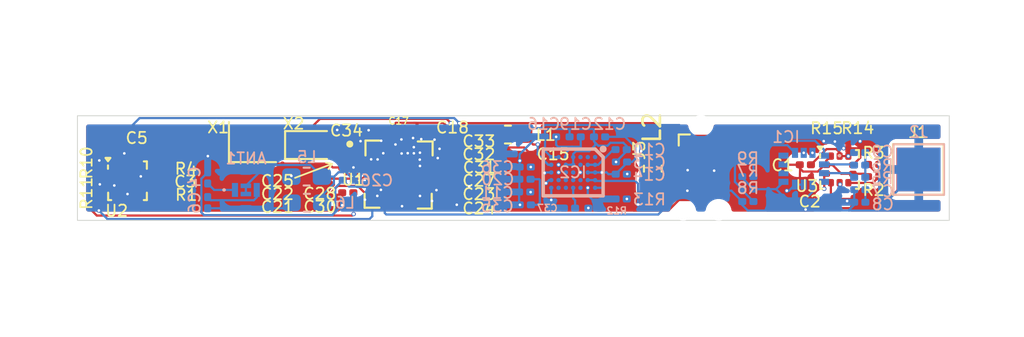
<source format=kicad_pcb>
(kicad_pcb (version 20240108) (generator "pcbnew") (generator_version "8.0")
  (layers (0 "F.Cu" signal "Front") (1 "In1.Cu" signal) (2 "In2.Cu" signal) (31 "B.Cu" signal "Back") (34 "B.Paste" user) (35 "F.Paste" user) (36 "B.SilkS" user "B.Silkscreen") (37 "F.SilkS" user "F.Silkscreen") (38 "B.Mask" user) (39 "F.Mask" user) (44 "Edge.Cuts" user))
  (net 0 "")
  (net 18 "/ISDS_INT_00")
  (net 24 "/ISDS_INT")
  (net 46 "/RESET")
  (net 47 "GND")
  (net 48 "/SWDIO")
  (net 49 "/SWCLK")
  (net 50 "/SWO")
  (net 51 "+3V3")
  (net 52 "VBUS")
  (net 53 "VDD")
  (net 54 "Net-(U1B-DEC4)")
  (net 55 "Net-(U1B-DECUSB)")
  (net 56 "Net-(U1C-XC1)")
  (net 57 "Net-(U1A-P0.01{slash}XL2)")
  (net 58 "Net-(U1B-DEC5)")
  (net 59 "Net-(U1A-P0.00{slash}XL1)")
  (net 60 "Net-(U1A-ANT)")
  (net 61 "Net-(U1C-XC2)")
  (net 62 "Net-(U1B-DEC1)")
  (net 63 "VCC")
  (net 64 "Net-(U2-SA0)")
  (net 65 "/PADS_INT01")
  (net 66 "/I2C_SDA")
  (net 67 "/I2C_SCL")
  (net 68 "Net-(U3-SA0)")
  (net 69 "Net-(ANT1-DUMMY_PAD_1)")
  (net 70 "Net-(ANT1-RADIATOR_ELECTRODE)")
  (net 71 "Net-(ANT1-FEED_POINT)")
  (net 72 "/RSVD3")
  (net 73 "Net-(IC2-VSET1)")
  (net 74 "Net-(IC2-VSET2)")
  (net 75 "/ISDS_INT_01")
  (net 76 "/PADS_INT02")
  (net 77 "/SCL")
  (net 78 "/RSVD2")
  (net 79 "/SDA")
  (net 80 "/SAO")
  (net 84 "/NRF_SDA")
  (net 86 "Net-(IC2-SW1)")
  (net 90 "/NRF_SCL")
  (net 93 "/SW2")
  (net 96 "/VBUSIN")
  (net 97 "Net-(IC2-VBUSOUT)")
  (net 98 "Net-(IC2-PVDD)")
  (net 99 "Net-(IC2-VOUT1)")
  (net 100 "/VOUTLD01")
  (net 101 "/3.0V")
  (net 102 "Net-(IC2-VDDIO)")
  (net 103 "/VBAT")
  (net 104 "/RF")
  (net 105 "/RSVD0")
  (net 106 "/RSVD1")
  (footprint "Resistor_SMD:R_0201_0603Metric" (layer "F.Cu") (at 171.3505 71.0605)
    (property "Reference" "R2")
    (property "Value" "0R 1%")
  )
  (footprint "Capacitor_SMD:C_0201_0603Metric" (layer "F.Cu") (at 145.57 68.46)
    (property "Reference" "C18")
    (property "Value" "1uF X7R 10%")
  )
  (footprint "TestPoint:TestPoint_Pad_2.5x2.5mm" (layer "F.Cu") (at 173.91 70.6525)
    (property "Reference" "J1")
    (property "Value" "Conn_01x01_Socket")
  )
  (footprint "NRF52840-CKAA-R:BGA94C35P10X10_360X354X51N" (layer "F.Cu") (at 144.11 70.945)
    (property "Reference" "U1")
    (property "Value" "NRF52840-CKAA-R")
  )
  (footprint "Capacitor_SMD:C_0201_0603Metric" (layer "F.Cu") (at 130.61 71.2875)
    (property "Reference" "C3")
    (property "Value" "100nF 10%")
  )
  (footprint "Capacitor_SMD:C_0201_0603Metric" (layer "F.Cu") (at 147.13 69.115 180)
    (property "Reference" "C33")
    (property "Value" "12pF NPO 2%")
  )
  (footprint "Capacitor_SMD:C_0201_0603Metric" (layer "F.Cu") (at 147.13 70.565 180)
    (property "Reference" "C31")
    (property "Value" "4.7uF X7R 10%")
  )
  (footprint "Capacitor_SMD:C_0201_0603Metric" (layer "F.Cu") (at 147.13 71.29)
    (property "Reference" "C27")
    (property "Value" "4.7uF X7S 10%")
  )
  (footprint "Resistor_SMD:R_0201_0603Metric" (layer "F.Cu") (at 171.3505 70.3605)
    (property "Reference" "R3")
    (property "Value" "~")
  )
  (footprint "Capacitor_SMD:C_0201_0603Metric" (layer "F.Cu") (at 141.2 69.81)
    (property "Reference" "C22")
    (property "Value" "12pF NP0 2%")
  )
  (footprint "Capacitor_SMD:C_0201_0603Metric" (layer "F.Cu") (at 147.13 72.715)
    (property "Reference" "C24")
    (property "Value" "4.7uF X7R 10%")
  )
  (footprint "Resistor_SMD:R_0201_0603Metric" (layer "F.Cu") (at 130.6025 72.03 180)
    (property "Reference" "R1")
    (property "Value" "0R 1%")
  )
  (footprint "Capacitor_SMD:C_0201_0603Metric" (layer "F.Cu") (at 141.195 72.7)
    (property "Reference" "C30")
    (property "Value" "100nF X7R 10%")
  )
  (footprint "Capacitor_SMD:C_0201_0603Metric" (layer "F.Cu") (at 167.4355 70.3805)
    (property "Reference" "C1")
    (property "Value" "100nF 10%")
  )
  (footprint "Package_LGA:ST_HLGA-10_2x2mm_P0.5mm_LayoutBorder3x2y" (layer "F.Cu") (at 128.5625 71.2975)
    (property "Reference" "U2")
    (property "Value" "WSEN-PADS_2511020213301")
  )
  (footprint "Inductor_SMD:L_0603_1608Metric_Pad1.05x0.95mm_HandSolder" (layer "F.Cu") (at 158.69 70.605 90)
    (property "Reference" "L2")
    (property "Value" "2.2uH DCR <400mR 20%")
  )
  (footprint "Resistor_SMD:R_0201_0603Metric" (layer "F.Cu") (at 126.945 70.455 90)
    (property "Reference" "R10")
    (property "Value" "4.7k")
  )
  (footprint "Crystal:Crystal_SMD_2016-4Pin_2.0x1.6mm" (layer "F.Cu") (at 135.73 69.08)
    (property "Reference" "X1")
    (property "Value" "XTAL 32MHz 8pF")
  )
  (footprint "Resistor_SMD:R_0201_0603Metric" (layer "F.Cu") (at 168.81 69.03)
    (property "Reference" "R15")
    (property "Value" "4.7k")
  )
  (footprint "Capacitor_SMD:C_0201_0603Metric" (layer "F.Cu") (at 141.2 70.535)
    (property "Reference" "C21")
    (property "Value" "12pF NP0 2%")
  )
  (footprint "Capacitor_SMD:C_0201_0603Metric" (layer "F.Cu") (at 151.375 69.78 180)
    (property "Reference" "C15")
    (property "Value" "10uF X5R 25V 20%")
  )
  (footprint "Capacitor_SMD:C_0201_0603Metric" (layer "F.Cu") (at 147.135 69.8275)
    (property "Reference" "C32")
    (property "Value" "12pF NP0 2%")
  )
  (footprint "Inductor_SMD:L_0603_1608Metric_Pad1.05x0.95mm_HandSolder" (layer "F.Cu") (at 150.38 68.65)
    (property "Reference" "L1")
    (property "Value" "2.2uH DCR <400mR 20%")
  )
  (footprint "Resistor_SMD:R_0201_0603Metric" (layer "F.Cu") (at 126.93 71.83 90)
    (property "Reference" "R11")
    (property "Value" "4.7k")
  )
  (footprint "Capacitor_SMD:C_0201_0603Metric" (layer "F.Cu") (at 129.085 69.6075)
    (property "Reference" "C5")
    (property "Value" "10uF 10%")
  )
  (footprint "Capacitor_SMD:C_0201_0603Metric" (layer "F.Cu") (at 168.983 72.478)
    (property "Reference" "C2")
    (property "Value" "10uF 10%")
  )
  (footprint "Capacitor_SMD:C_0201_0603Metric" (layer "F.Cu") (at 144.125 68.46)
    (property "Reference" "C17")
    (property "Value" "1uF X7R 10%")
  )
  (footprint "Resistor_SMD:R_0201_0603Metric" (layer "F.Cu") (at 130.605 70.5475 180)
    (property "Reference" "R4")
    (property "Value" "~")
  )
  (footprint "Crystal:Crystal_SMD_2012-2Pin_2.0x1.2mm" (layer "F.Cu") (at 138.8 69.25)
    (property "Reference" "X2")
    (property "Value" "XTAL 32.768kHz 9pF")
  )
  (footprint "Capacitor_SMD:C_0201_0603Metric" (layer "F.Cu") (at 142.72 68.45)
    (property "Reference" "C34")
    (property "Value" "820pF X7R 10%")
  )
  (footprint "Capacitor_SMD:C_0201_0603Metric" (layer "F.Cu") (at 141.205 69.09)
    (property "Reference" "C25")
    (property "Value" "100nF X7R 10%")
  )
  (footprint "Resistor_SMD:R_0201_0603Metric" (layer "F.Cu") (at 170.255 69.03)
    (property "Reference" "R14")
    (property "Value" "4.7k")
  )
  (footprint "Connector:Tag-Connect_TC2030-IDC-NL_2x03_P1.27mm_Vertical" (layer "F.Cu") (at 161.445 70.55 -90)
    (property "Reference" "J3")
    (property "Value" "TagConnect")
  )
  (footprint "Capacitor_SMD:C_0201_0603Metric" (layer "F.Cu") (at 141.195 71.985)
    (property "Reference" "C28")
    (property "Value" "100nF X7R 10%")
  )
  (footprint "Package_LGA:ST_HLGA-10_2x2mm_P0.5mm_LayoutBorder3x2y" (layer "F.Cu") (at 169.4005 70.648)
    (property "Reference" "U3")
    (property "Value" "WSEN-PADS_2511020213301")
  )
  (footprint "Capacitor_SMD:C_0201_0603Metric" (layer "F.Cu") (at 147.13 72.015)
    (property "Reference" "C23")
    (property "Value" "4.7uF X7R 10%")
  )
  (footprint "Inductor_SMD:L_0603_1608Metric_Pad1.05x0.95mm_HandSolder" (layer "B.Cu") (at 138.85 72.56 180)
    (property "Reference" "L6")
    (property "Value" "4.7nH 5% 0201")
  )
  (footprint "TestPoint:TestPoint_Pad_2.5x2.5mm" (layer "B.Cu") (at 173.94 70.6525 180)
    (property "Reference" "J2")
    (property "Value" "Conn_01x01_Socket")
  )
  (footprint "Inductor_SMD:L_0603_1608Metric_Pad1.05x0.95mm_HandSolder" (layer "B.Cu") (at 138.835 71.06)
    (property "Reference" "L5")
    (property "Value" "3.9nH 5% 0201")
  )
  (footprint "Capacitor_SMD:C_0201_0603Metric" (layer "B.Cu") (at 170.558 71.8105 180)
    (property "Reference" "C7")
    (property "Value" "100nF 10%")
  )
  (footprint "Capacitor_SMD:C_0201_0603Metric" (layer "B.Cu") (at 133.16 71.135 -90)
    (property "Reference" "C4")
    (property "Value" "6.2pF NPO 5%")
  )
  (footprint "Capacitor_SMD:C_0201_0603Metric" (layer "B.Cu") (at 141.225 71.2675 180)
    (property "Reference" "C26")
    (property "Value" "1.0pF NPO 5%")
  )
  (footprint "Resistor_SMD:R_0201_0603Metric" (layer "B.Cu") (at 164.138 71.7805 180)
    (property "Reference" "R7")
    (property "Value" "100k 1%")
  )
  (footprint "Capacitor_SMD:C_0201_0603Metric" (layer "B.Cu") (at 170.553 69.6805 180)
    (property "Reference" "C9")
    (property "Value" "4.7uF 10%")
  )
  (footprint "Capacitor_SMD:C_0201_0603Metric" (layer "B.Cu") (at 156.87 69.5125)
    (property "Reference" "C10")
    (property "Value" "1.0uF")
  )
  (footprint "Capacitor_SMD:C_0201_0603Metric" (layer "B.Cu") (at 133.16 72.555 -90)
    (property "Reference" "C6")
    (property "Value" "0.8pF NPO 5%")
  )
  (footprint "ANT016008LCS2442MA1:ANT016008LCS2442MA1" (layer "B.Cu") (at 135.35 71.825)
    (property "Reference" "ANT1")
    (property "Value" "ANT016008LCS2442MA1" (hide yes))
  )
  (footprint "Capacitor_SMD:C_0201_0603Metric" (layer "B.Cu") (at 155.635 68.78 180)
    (property "Reference" "C12")
    (property "Value" "10uF X5R 25V 20%")
  )
  (footprint "nPM1300-CAAA-R:BGA35C44P7X5_308X238X51" (layer "B.Cu") (at 154.121 70.8225 180)
    (property "Reference" "IC2")
    (property "Value" "nPM1300-CAAA-R" (hide yes))
  )
  (footprint "Capacitor_SMD:C_0201_0603Metric" (layer "B.Cu") (at 156.88 70.92)
    (property "Reference" "C14")
    (property "Value" "10uF X5R 25V 20%")
  )
  (footprint "Capacitor_SMD:C_0201_0603Metric" (layer "B.Cu") (at 154.235 68.78 180)
    (property "Reference" "C19")
    (property "Value" "10uF X5R 25V 20%")
  )
  (footprint "Capacitor_SMD:C_0201_0603Metric" (layer "B.Cu") (at 170.558 72.5305 180)
    (property "Reference" "C8")
    (property "Value" "100nF 10%")
  )
  (footprint "Capacitor_SMD:C_0201_0603Metric" (layer "B.Cu") (at 152.825 68.78 180)
    (property "Reference" "C16")
    (property "Value" "10uF X5R 25V 20%")
  )
  (footprint "Capacitor_SMD:C_0201_0603Metric" (layer "B.Cu") (at 151.37 70.51 180)
    (property "Reference" "C36")
    (property "Value" "10uF X5R 25V 20%")
  )
  (footprint "2536030320001:2536030320001" (layer "B.Cu") (at 167.343 70.61 180)
    (property "Reference" "IC1")
    (property "Value" "2536030320001" (hide yes))
  )
  (footprint "Capacitor_SMD:C_0201_0603Metric" (layer "B.Cu") (at 153.91 72.87 180)
    (property "Reference" "C37")
    (property "Value" "100nF X5R 10%")
  )
  (footprint "Capacitor_SMD:C_0201_0603Metric" (layer "B.Cu") (at 151.375 72.68 180)
    (property "Reference" "C35")
    (property "Value" "10uF X5R 25V 20%")
  )
  (footprint "Resistor_SMD:R_0201_0603Metric" (layer "B.Cu") (at 155.31 72.87 180)
    (property "Reference" "R12")
    (property "Value" "47k 1%")
  )
  (footprint "Resistor_SMD:R_0201_0603Metric" (layer "B.Cu") (at 170.548 70.4005 180)
    (property "Reference" "R6")
    (property "Value" "0R 1%")
  )
  (footprint "Capacitor_SMD:C_0201_0603Metric" (layer "B.Cu") (at 151.355 71.21 180)
    (property "Reference" "C20")
    (property "Value" "10uF X5R 25V 20%")
  )
  (footprint "Capacitor_SMD:C_0201_0603Metric" (layer "B.Cu") (at 151.34 71.94 180)
    (property "Reference" "C11")
    (property "Value" "1.0uF X5R 10V 10%")
  )
  (footprint "Resistor_SMD:R_0201_0603Metric" (layer "B.Cu") (at 170.553 71.1005 180)
    (property "Reference" "R5")
    (property "Value" "0R 1%")
  )
  (footprint "Resistor_SMD:R_0201_0603Metric" (layer "B.Cu") (at 156.875 72.3425)
    (property "Reference" "R13")
    (property "Value" "270k 1%")
  )
  (footprint "Resistor_SMD:R_0201_0603Metric" (layer "B.Cu") (at 164.138 72.4905 180)
    (property "Reference" "R8")
    (property "Value" "~")
  )
  (footprint "Resistor_SMD:R_0201_0603Metric" (layer "B.Cu") (at 164.138 71.0605 180)
    (property "Reference" "R9")
    (property "Value" "100k 1%")
  )
  (footprint "Capacitor_SMD:C_0201_0603Metric" (layer "B.Cu") (at 156.89 70.22 180)
    (property "Reference" "C13")
    (property "Value" "10uF X5R 25V 20%")
  )
  (gr_line (start 138.17 71.13) (end 140.29 70.33) (stroke (width 0.1)) (layer "F.SilkS"))
  (gr_line (start 140.09 70.62) (end 140.29 70.33) (stroke (width 0.1)) (layer "F.SilkS"))
  (gr_line (start 140.29 70.33) (end 140.09 70.62) (stroke (width 0.1)) (layer "F.SilkS"))
  (gr_line (start 140.29 70.33) (end 139.94 70.26) (stroke (width 0.1)) (layer "F.SilkS"))
  (gr_rect (start 125.69 67.57) (end 175.69 73.57) (stroke (width 0.05)) (fill none) (layer "Edge.Cuts"))
  (segment (start 136.43 68.53) (end 135.03 68.53) (width 0.127) (layer "F.Cu") (net 0))
  (segment (start 145.685 70.07) (end 145.69 70.07) (width 0.127) (layer "F.Cu") (net 18))
  (segment (start 164.458 69.382) (end 164.58 69.26) (width 0.127) (layer "B.Cu") (net 24))
  (segment (start 164.58 69.26) (end 166.405 69.26) (width 0.127) (layer "B.Cu") (net 24))
  (segment (start 166.405 69.26) (end 166.843 69.698) (width 0.127) (layer "B.Cu") (net 24))
  (segment (start 164.458 71.0605) (end 164.458 69.382) (width 0.127) (layer "B.Cu") (net 24))
  (segment (start 144.305 72.7575) (end 144.285 72.754) (width 0.127) (layer "F.Cu") (net 46))
  (segment (start 144.285 72.52) (end 144.305 72.7575) (width 0.127) (layer "F.Cu") (net 46))
  (via (at 160.685 70.69) (size 0.25) (drill 0.15) (layers "F.Cu" "B.Cu") (net 46))
  (via (at 144.305 72.7575) (size 0.25) (drill 0.15) (layers "F.Cu" "B.Cu") (net 46))
  (segment (start 147.455 70.56) (end 147.45 70.565) (width 0.127) (layer "F.Cu") (net 47))
  (segment (start 144.285 70.77) (end 144.635 70.77) (width 0.127) (layer "F.Cu") (net 47))
  (segment (start 141.52 69.81) (end 141.52 69.7286) (width 0.127) (layer "F.Cu") (net 47))
  (segment (start 169.209999 69.4825) (end 169.4005 69.673001) (width 0.127) (layer "F.Cu") (net 47))
  (segment (start 172.091 70.781) (end 172.091 71.2836) (width 0.127) (layer "F.Cu") (net 47))
  (segment (start 130.285 70.6389) (end 130.93 71.2839) (width 0.127) (layer "F.Cu") (net 47))
  (segment (start 145.09 67.9825) (end 145.25 68.1425) (width 0.127) (layer "F.Cu") (net 47))
  (segment (start 160.81 71.82) (end 160.72 71.82) (width 0.127) (layer "F.Cu") (net 47))
  (segment (start 129.405 69.6075) (end 129.405 70.1925) (width 0.127) (layer "F.Cu") (net 47))
  (segment (start 144.285 71.47) (end 143.935 71.47) (width 0.127) (layer "F.Cu") (net 47))
  (segment (start 169.83 72.46) (end 169.812 72.478) (width 0.127) (layer "F.Cu") (net 47))
  (segment (start 167.445 72.945) (end 166.37 71.87) (width 0.127) (layer "F.Cu") (net 47))
  (segment (start 143.585 70.07) (end 143.585 70.42) (width 0.127) (layer "F.Cu") (net 47))
  (segment (start 144.285 70.42) (end 143.935 70.42) (width 0.127) (layer "F.Cu") (net 47))
  (segment (start 129.405 69.275) (end 129.405 69.6075) (width 0.127) (layer "F.Cu") (net 47))
  (segment (start 169.83 72.46) (end 169.83 72.41) (width 0.127) (layer "F.Cu") (net 47))
  (segment (start 157.22 70.91) (end 157.22 72.32) (width 0.127) (layer "F.Cu") (net 47))
  (segment (start 127.397 70.303) (end 128.483 69.217) (width 0.127) (layer "F.Cu") (net 47))
  (segment (start 143.935 71.12) (end 143.585 71.12) (width 0.127) (layer "F.Cu") (net 47))
  (segment (start 143.805 68.46) (end 143.805 68.1275) (width 0.127) (layer "F.Cu") (net 47))
  (segment (start 144.285 71.12) (end 143.935 71.12) (width 0.127) (layer "F.Cu") (net 47))
  (segment (start 130.285 70.5475) (end 130.285 70.6389) (width 0.127) (layer "F.Cu") (net 47))
  (segment (start 157.22 72.32) (end 157.2 72.34) (width 0.127) (layer "F.Cu") (net 47))
  (segment (start 147.45 72.67) (end 147.445 72.675) (width 0.127) (layer "F.Cu") (net 47))
  (segment (start 147.45 70.565) (end 147.45 71.29) (width 0.127) (layer "F.Cu") (net 47))
  (segment (start 168.6535 69.4825) (end 169.209999 69.4825) (width 0.127) (layer "F.Cu") (net 47))
  (segment (start 143.235 70.42) (end 142.653224 70.42) (width 0.127) (layer "F.Cu") (net 47))
  (segment (start 172.091 70.781) (end 171.6705 70.3605) (width 0.127) (layer "F.Cu") (net 47))
  (segment (start 143.585 70.77) (end 143.935 70.77) (width 0.127) (layer "F.Cu") (net 47))
  (segment (start 143.585 71.47) (end 143.935 71.47) (width 0.127) (layer "F.Cu") (net 47))
  (segment (start 151.055 69.78) (end 151.055 70.145) (width 0.127) (layer "F.Cu") (net 47))
  (segment (start 143.795 68.45) (end 143.805 68.46) (width 0.127) (layer "F.Cu") (net 47))
  (segment (start 143.935 70.77) (end 144.285 70.77) (width 0.127) (layer "F.Cu") (net 47))
  (segment (start 147.45 71.29) (end 147.45 72.015) (width 0.127) (layer "F.Cu") (net 47))
  (segment (start 127.397 71.752576) (end 127.397 70.303) (width 0.127) (layer "F.Cu") (net 47))
  (segment (start 144.985 71.12) (end 144.635 71.12) (width 0.127) (layer "F.Cu") (net 47))
  (segment (start 129.405 70.1925) (end 129.0625 70.535) (width 0.127) (layer "F.Cu") (net 47))
  (segment (start 144.635 70.42) (end 144.285 70.42) (width 0.127) (layer "F.Cu") (net 47))
  (segment (start 167.7555 70.3805) (end 168.6535 69.4825) (width 0.127) (layer "F.Cu") (net 47))
  (segment (start 157.2 72.34) (end 157.2 72.76) (width 0.127) (layer "F.Cu") (net 47))
  (segment (start 145.005 67.9775) (end 146.685 67.9775) (width 0.127) (layer "F.Cu") (net 47))
  (segment (start 171.6705 70.3569) (end 171.6705 70.3605) (width 0.127) (layer "F.Cu") (net 47))
  (segment (start 145.25 68.1425) (end 145.25 68.46) (width 0.127) (layer "F.Cu") (net 47))
  (segment (start 144.635 70.77) (end 144.985 70.77) (width 0.127) (layer "F.Cu") (net 47))
  (segment (start 144.985 71.47) (end 144.635 71.47) (width 0.127) (layer "F.Cu") (net 47))
  (segment (start 157.1 72.86) (end 154.99 72.86) (width 0.127) (layer "F.Cu") (net 47))
  (segment (start 145.25 68.536314) (end 145.25 68.46) (width 0.127) (layer "F.Cu") (net 47))
  (segment (start 144.985 70.77) (end 144.985 70.42) (width 0.127) (layer "F.Cu") (net 47))
  (segment (start 127.704424 72.06) (end 127.397 71.752576) (width 0.127) (layer "F.Cu") (net 47))
  (segment (start 132.8925 69.6075) (end 133.17 69.885) (width 0.127) (layer "F.Cu") (net 47))
  (segment (start 147.445 72.675) (end 147.45 72.68) (width 0.127) (layer "F.Cu") (net 47))
  (segment (start 148.115 69.78) (end 148.27 69.78) (width 0.127) (layer "F.Cu") (net 47))
  (segment (start 147.45 69.115) (end 147.45 69.8225) (width 0.127) (layer "F.Cu") (net 47))
  (segment (start 169.303 72.423) (end 168.9005 72.0205) (width 0.127) (layer "F.Cu") (net 47))
  (segment (start 169.83 72.46) (end 169.848 72.478) (width 0.127) (layer "F.Cu") (net 47))
  (segment (start 160.67 71.87) (end 160.62 71.82) (width 0.127) (layer "F.Cu") (net 47))
  (segment (start 128.483 69.217) (end 129.347 69.217) (width 0.127) (layer "F.Cu") (net 47))
  (segment (start 143.585 70.42) (end 143.935 70.42) (width 0.127) (layer "F.Cu") (net 47))
  (segment (start 147.45 68.7425) (end 147.45 69.115) (width 0.127) (layer "F.Cu") (net 47))
  (segment (start 172.091 71.2836) (end 170.8966 72.478) (width 0.127) (layer "F.Cu") (net 47))
  (segment (start 143.04 68.45) (end 143.795 68.45) (width 0.127) (layer "F.Cu") (net 47))
  (segment (start 143.805 68.1275) (end 143.955 67.9775) (width 0.127) (layer "F.Cu") (net 47))
  (segment (start 144.985 70.42) (end 144.635 70.42) (width 0.127) (layer "F.Cu") (net 47))
  (segment (start 168.9005 72.0205) (end 168.9005 71.4105) (width 0.127) (layer "F.Cu") (net 47))
  (segment (start 144.635 71.47) (end 144.285 71.47) (width 0.127) (layer "F.Cu") (net 47))
  (segment (start 140.875 72.7) (end 140.875 71.985) (width 0.127) (layer "F.Cu") (net 47))
  (segment (start 144.938347 68.847967) (end 145.25 68.536314) (width 0.127) (layer "F.Cu") (net 47))
  (segment (start 143.04 68.934) (end 143.11 69.004) (width 0.127) (layer "F.Cu") (net 47))
  (segment (start 130.93 71.2839) (end 130.93 71.2875) (width 0.127) (layer "F.Cu") (net 47))
  (segment (start 167.45 72.945) (end 167.445 72.945) (width 0.127) (layer "F.Cu") (net 47))
  (segment (start 144.635 71.12) (end 144.285 71.12) (width 0.127) (layer "F.Cu") (net 47))
  (segment (start 152.864 72.4) (end 153.324 72.86) (width 0.127) (layer "F.Cu") (net 47))
  (segment (start 151.055 70.145) (end 151.06 70.15) (width 0.127) (layer "F.Cu") (net 47))
  (segment (start 146.685 67.9775) (end 147.45 68.7425) (width 0.127) (layer "F.Cu") (net 47))
  (segment (start 147.455 69.8275) (end 147.455 70.56) (width 0.127) (layer "F.Cu") (net 47))
  (segment (start 157.2 72.76) (end 157.1 72.86) (width 0.127) (layer "F.Cu") (net 47))
  (segment (start 147.45 69.8225) (end 147.455 69.8275) (width 0.127) (layer "F.Cu") (net 47))
  (segment (start 169.4005 69.8855) (end 169.9005 69.8855) (width 0.127) (layer "F.Cu") (net 47))
  (segment (start 129.347 69.217) (end 129.405 69.275) (width 0.127) (layer "F.Cu") (net 47))
  (segment (start 153.324 72.86) (end 154.99 72.86) (width 0.127) (layer "F.Cu") (net 47))
  (segment (start 169.812 72.478) (end 169.303 72.478) (width 0.127) (layer "F.Cu") (net 47))
  (segment (start 129.405 69.6075) (end 132.8925 69.6075) (width 0.127) (layer "F.Cu") (net 47))
  (segment (start 147.45 72.015) (end 147.45 72.67) (width 0.127) (layer "F.Cu") (net 47))
  (segment (start 143.585 70.42) (end 143.235 70.42) (width 0.127) (layer "F.Cu") (net 47))
  (segment (start 160.72 71.82) (end 160.67 71.87) (width 0.127) (layer "F.Cu") (net 47))
  (segment (start 129.0625 70.535) (end 130.2725 70.535) (width 0.127) (layer "F.Cu") (net 47))
  (segment (start 128.5625 70.535) (end 129.0625 70.535) (width 0.127) (layer "F.Cu") (net 47))
  (segment (start 157.22 70.86) (end 156.58 70.22) (width 0.127) (layer "F.Cu") (net 47))
  (segment (start 170.8966 72.478) (end 169.848 72.478) (width 0.127) (layer "F.Cu") (net 47))
  (segment (start 169.4005 69.673001) (end 169.4005 69.8855) (width 0.127) (layer "F.Cu") (net 47))
  (segment (start 146.025 72.425) (end 146.025 72.4585) (width 0.127) (layer "F.Cu") (net 47))
  (segment (start 141.52 70.535) (end 141.52 69.81) (width 0.127) (layer "F.Cu") (net 47))
  (segment (start 152.584 72.68) (end 151.07 72.68) (width 0.127) (layer "F.Cu") (net 47))
  (segment (start 142.535 70.301776) (end 142.535 70.07) (width 0.127) (layer "F.Cu") (net 47))
  (segment (start 145.93 72.52) (end 146.025 72.425) (width 0.127) (layer "F.Cu") (net 47))
  (segment (start 143.585 71.12) (end 143.585 70.77) (width 0.127) (layer "F.Cu") (net 47))
  (segment (start 143.955 67.9775) (end 144.995 67.9775) (width 0.127) (layer "F.Cu") (net 47))
  (segment (start 145.685 72.52) (end 145.93 72.52) (width 0.127) (layer "F.Cu") (net 47))
  (segment (start 152.864 72.4) (end 152.584 72.68) (width 0.127) (layer "F.Cu") (net 47))
  (segment (start 147.45 72.68) (end 147.45 72.715) (width 0.127) (layer "F.Cu") (net 47))
  (segment (start 151.055 69.78) (end 148.27 69.78) (width 0.127) (layer "F.Cu") (net 47))
  (segment (start 128.0625 72.06) (end 127.704424 72.06) (width 0.127) (layer "F.Cu") (net 47))
  (segment (start 130.2725 70.535) (end 130.285 70.5475) (width 0.127) (layer "F.Cu") (net 47))
  (segment (start 169.303 72.478) (end 169.303 72.423) (width 0.127) (layer "F.Cu") (net 47))
  (segment (start 147.45 69.115) (end 148.115 69.78) (width 0.127) (layer "F.Cu") (net 47))
  (segment (start 144.985 71.47) (end 144.985 71.12) (width 0.127) (layer "F.Cu") (net 47))
  (segment (start 141.52 69.7286) (end 140.885 69.0936) (width 0.127) (layer "F.Cu") (net 47))
  (segment (start 140.885 69.0936) (end 140.885 69.09) (width 0.127) (layer "F.Cu") (net 47))
  (segment (start 157.22 70.91) (end 157.22 70.86) (width 0.127) (layer "F.Cu") (net 47))
  (segment (start 142.535 70.246776) (end 142.535 70.246776) (width 0.127) (layer "F.Cu") (net 47))
  (segment (start 142.653224 70.42) (end 142.535 70.301776) (width 0.127) (layer "F.Cu") (net 47))
  (segment (start 143.04 68.45) (end 143.04 68.934) (width 0.127) (layer "F.Cu") (net 47))
  (via (at 166.37 71.87) (size 0.25) (drill 0.15) (layers "F.Cu" "B.Cu") (net 47))
  (via (at 151.07 72.68) (size 0.25) (drill 0.15) (layers "F.Cu" "B.Cu") (net 47))
  (via (at 171.6705 70.3605) (size 0.25) (drill 0.15) (layers "F.Cu" "B.Cu") (net 47))
  (via (at 169.83 72.46) (size 0.25) (drill 0.15) (layers "F.Cu" "B.Cu") (net 47))
  (via (at 144.938347 68.847967) (size 0.25) (drill 0.15) (layers "F.Cu" "B.Cu") (net 47))
  (via (at 151.06 70.15) (size 0.25) (drill 0.15) (layers "F.Cu" "B.Cu") (net 47))
  (via (at 160.67 71.87) (size 0.25) (drill 0.15) (layers "F.Cu" "B.Cu") (net 47))
  (via (at 157.22 70.91) (size 0.25) (drill 0.15) (layers "F.Cu" "B.Cu") (net 47))
  (via (at 152.864 72.4) (size 0.25) (drill 0.15) (layers "F.Cu" "B.Cu") (net 47))
  (via (at 169.9005 69.8855) (size 0.25) (drill 0.15) (layers "F.Cu" "B.Cu") (net 47))
  (via (at 142.535 70.07) (size 0.25) (drill 0.15) (layers "F.Cu" "B.Cu") (net 47))
  (via (at 133.17 69.885) (size 0.25) (drill 0.15) (layers "F.Cu" "B.Cu") (net 47))
  (via (at 156.58 70.22) (size 0.25) (drill 0.15) (layers "F.Cu" "B.Cu") (net 47))
  (via (at 141.52 70.535) (size 0.25) (drill 0.15) (layers "F.Cu" "B.Cu") (net 47))
  (via (at 147.445 72.675) (size 0.25) (drill 0.15) (layers "F.Cu" "B.Cu") (net 47))
  (via (at 146.025 72.4585) (size 0.25) (drill 0.15) (layers "F.Cu" "B.Cu") (net 47))
  (via (at 143.11 69.004) (size 0.25) (drill 0.15) (layers "F.Cu" "B.Cu") (net 47))
  (via (at 167.45 72.945) (size 0.25) (drill 0.15) (layers "F.Cu" "B.Cu") (net 47))
  (via (at 157.2 72.34) (size 0.25) (drill 0.15) (layers "F.Cu" "B.Cu") (net 47))
  (via (at 144.631989 69.716989) (size 0.25) (drill 0.15) (layers "F.Cu" "B.Cu") (net 47))
  (via (at 140.875 72.7) (size 0.25) (drill 0.15) (layers "F.Cu" "B.Cu") (net 47))
  (via (at 154.99 72.86) (size 0.25) (drill 0.15) (layers "F.Cu" "B.Cu") (net 47))
  (segment (start 155.315 69.045) (end 155.315 68.78) (width 0.127) (layer "B.Cu") (net 47))
  (segment (start 155.036 69.604) (end 155.38 69.26) (width 0.127) (layer "B.Cu") (net 47))
  (segment (start 155.56 69.29) (end 155.38 69.11) (width 0.127) (layer "B.Cu") (net 47))
  (segment (start 140.3065 73.2685) (end 140.1215 73.2685) (width 0.127) (layer "B.Cu") (net 47))
  (segment (start 152.505 68.445) (end 152.62 68.33) (width 0.127) (layer "B.Cu") (net 47))
  (segment (start 156.58 70.22) (end 156.5664 70.22) (width 0.127) (layer "B.Cu") (net 47))
  (segment (start 152.864 72.4) (end 152.864 71.7025) (width 0.127) (layer "B.Cu") (net 47))
  (segment (start 141.9385 70.9535) (end 141.9385 71.479416) (width 0.127) (layer "B.Cu") (net 47))
  (segment (start 166.495 71.87) (end 166.37 71.87) (width 0.127) (layer "B.Cu") (net 47))
  (segment (start 142.535 69.579) (end 143.11 69.004) (width 0.127) (layer "B.Cu") (net 47))
  (segment (start 155.315 68.375) (end 155.315 68.78) (width 0.127) (layer "B.Cu") (net 47))
  (segment (start 156.57 70.2164) (end 156.57 70.22) (width 0.127) (layer "B.Cu") (net 47))
  (segment (start 170.238 72.682) (end 169.92 73) (width 0.127) (layer "B.Cu") (net 47))
  (segment (start 167.45 72.945) (end 167.3885 73.0065) (width 0.127) (layer "B.Cu") (net 47))
  (segment (start 166.843 71.522) (end 166.495 71.87) (width 0.127) (layer "B.Cu") (net 47))
  (segment (start 156.999499 69.122) (end 156.2566 69.122) (width 0.127) (layer "B.Cu") (net 47))
  (segment (start 152.864 72.664) (end 153.07 72.87) (width 0.127) (layer "B.Cu") (net 47))
  (segment (start 154.121 69.9425) (end 154.121 69.765724) (width 0.127) (layer "B.Cu") (net 47))
  (segment (start 153.92 68.33) (end 155.27 68.33) (width 0.127) (layer "B.Cu") (net 47))
  (segment (start 151.02 71.94) (end 151.02 72.645) (width 0.127) (layer "B.Cu") (net 47))
  (segment (start 157.19 69.5125) (end 157.1005 69.602) (width 0.127) (layer "B.Cu") (net 47))
  (segment (start 140.875 72.7) (end 140.3065 73.2685) (width 0.127) (layer "B.Cu") (net 47))
  (segment (start 157.1005 69.6859) (end 156.58 70.2064) (width 0.127) (layer "B.Cu") (net 47))
  (segment (start 167.45 72.945) (end 167.505 73) (width 0.127) (layer "B.Cu") (net 47))
  (segment (start 170.1675 72.46) (end 170.238 72.5305) (width 0.127) (layer "B.Cu") (net 47))
  (segment (start 151.05 70.14) (end 151.06 70.15) (width 0.127) (layer "B.Cu") (net 47))
  (segment (start 154.121 69.765724) (end 154.282724 69.604) (width 0.127) (layer "B.Cu") (net 47))
  (segment (start 140.478013 73.096987) (end 140.478013 71.703013) (width 0.127) (layer "B.Cu") (net 47))
  (segment (start 157.19 72.3375) (end 157.195 72.3425) (width 0.127) (layer "B.Cu") (net 47))
  (segment (start 151.07 72.68) (end 151.07 72.695) (width 0.127) (layer "B.Cu") (net 47))
  (segment (start 152.505 68.78) (end 152.505 68.445) (width 0.127) (layer "B.Cu") (net 47))
  (segment (start 157.1005 69.602) (end 157.1005 69.6859) (width 0.127) (layer "B.Cu") (net 47))
  (segment (start 170.238 72.5305) (end 170.238 72.682) (width 0.127) (layer "B.Cu") (net 47))
  (segment (start 156.0886 69.29) (end 155.56 69.29) (width 0.127) (layer "B.Cu") (net 47))
  (segment (start 153.283 69.9425) (end 152.864 69.9425) (width 0.127) (layer "B.Cu") (net 47))
  (segment (start 152.05 68.78) (end 151.05 69.78) (width 0.127) (layer "B.Cu") (net 47))
  (segment (start 141.786916 71.631) (end 141.2685 71.631) (width 0.127) (layer "B.Cu") (net 47))
  (segment (start 157.19 69.312501) (end 156.999499 69.122) (width 0.127) (layer "B.Cu") (net 47))
  (segment (start 141.985 70.07) (end 141.52 70.535) (width 0.127) (layer "B.Cu") (net 47))
  (segment (start 153.915 68.78) (end 153.915 68.335) (width 0.127) (layer "B.Cu") (net 47))
  (segment (start 152.505 69.5835) (end 152.505 68.78) (width 0.127) (layer "B.Cu") (net 47))
  (segment (start 153.07 72.87) (end 153.59 72.87) (width 0.127) (layer "B.Cu") (net 47))
  (segment (start 151.055 72.68) (end 151.07 72.68) (width 0.127) (layer "B.Cu") (net 47))
  (segment (start 151.05 70.16) (end 151.06 70.15) (width 0.127) (layer "B.Cu") (net 47))
  (segment (start 152.505 68.78) (end 152.05 68.78) (width 0.127) (layer "B.Cu") (net 47))
  (segment (start 163.818 72.4905) (end 163.1975 71.87) (width 0.127) (layer "B.Cu") (net 47))
  (segment (start 155.38 69.26) (end 155.38 69.11) (width 0.127) (layer "B.Cu") (net 47))
  (segment (start 169.92 73) (end 169.9265 73.0065) (width 0.127) (layer "B.Cu") (net 47))
  (segment (start 163.818 72.690499) (end 163.818 72.4905) (width 0.127) (layer "B.Cu") (net 47))
  (segment (start 132.948084 73.2685) (end 140.1215 73.2685) (width 0.127) (layer "B.Cu") (net 47))
  (segment (start 164.134001 73.0065) (end 163.818 72.690499) (width 0.127) (layer "B.Cu") (net 47))
  (segment (start 133.145 70.8) (end 133.16 70.815) (width 0.127) (layer "B.Cu") (net 47))
  (segment (start 169.83 72.46) (end 170.1675 72.46) (width 0.127) (layer "B.Cu") (net 47))
  (segment (start 171.586 73.0065) (end 173.94 70.6525) (width 0.127) (layer "B.Cu") (net 47))
  (segment (start 141.9385 71.479416) (end 141.786916 71.631) (width 0.127) (layer "B.Cu") (net 47))
  (segment (start 166.843 71.522) (end 167.343 71.522) (width 0.127) (layer "B.Cu") (net 47))
  (segment (start 140.905 71.276026) (end 140.905 71.2675) (width 0.127) (layer "B.Cu") (net 47))
  (segment (start 156.58 70.2064) (end 156.58 70.22) (width 0.127) (layer "B.Cu") (net 47))
  (segment (start 141.52 70.535) (end 141.9385 70.9535) (width 0.127) (layer "B.Cu") (net 47))
  (segment (start 152.62 68.33) (end 153.92 68.33) (width 0.127) (layer "B.Cu") (net 47))
  (segment (start 157.195 70.925) (end 157.21 70.91) (width 0.127) (layer "B.Cu") (net 47))
  (segment (start 157.22 70.9) (end 157.2 70.92) (width 0.127) (layer "B.Cu") (net 47))
  (segment (start 151.035 70.525) (end 151.05 70.51) (width 0.127) (layer "B.Cu") (net 47))
  (segment (start 151.035 71.21) (end 151.035 71.925) (width 0.127) (layer "B.Cu") (net 47))
  (segment (start 152.864 69.9425) (end 152.505 69.5835) (width 0.127) (layer "B.Cu") (net 47))
  (segment (start 167.3885 73.0065) (end 164.134001 73.0065) (width 0.127) (layer "B.Cu") (net 47))
  (segment (start 133.17 70.805) (end 133.16 70.815) (width 0.127) (layer "B.Cu") (net 47))
  (segment (start 142.535 70.07) (end 141.985 70.07) (width 0.127) (layer "B.Cu") (net 47))
  (segment (start 156.2566 69.122) (end 156.0886 69.29) (width 0.127) (layer "B.Cu") (net 47))
  (segment (start 151.02 72.645) (end 151.055 72.68) (width 0.127) (layer "B.Cu") (net 47))
  (segment (start 151.035 71.925) (end 151.02 71.94) (width 0.127) (layer "B.Cu") (net 47))
  (segment (start 155.27 68.33) (end 155.315 68.375) (width 0.127) (layer "B.Cu") (net 47))
  (segment (start 142.535 70.07) (end 142.535 69.579) (width 0.127) (layer "B.Cu") (net 47))
  (segment (start 154.282724 69.604) (end 155.036 69.604) (width 0.127) (layer "B.Cu") (net 47))
  (segment (start 154.121 69.9425) (end 154.121 70.3825) (width 0.127) (layer "B.Cu") (net 47))
  (segment (start 157.195 72.3425) (end 157.2 72.34) (width 0.127) (layer "B.Cu") (net 47))
  (segment (start 156.5664 70.22) (end 156.57 70.2164) (width 0.127) (layer "B.Cu") (net 47))
  (segment (start 153.702 70.3825) (end 154.121 70.3825) (width 0.127) (layer "B.Cu") (net 47))
  (segment (start 133.16 70.815) (end 132.7965 71.1785) (width 0.127) (layer "B.Cu") (net 47))
  (segment (start 169.9265 73.0065) (end 171.586 73.0065) (width 0.127) (layer "B.Cu") (net 47))
  (segment (start 157.21 70.91) (end 157.22 70.91) (width 0.127) (layer "B.Cu") (net 47))
  (segment (start 141.2685 71.631) (end 140.905 71.2675) (width 0.127) (layer "B.Cu") (net 47))
  (segment (start 132.7965 73.116916) (end 132.948084 73.2685) (width 0.127) (layer "B.Cu") (net 47))
  (segment (start 151.05 69.78) (end 151.05 70.14) (width 0.127) (layer "B.Cu") (net 47))
  (segment (start 151.07 72.695) (end 151.055 72.68) (width 0.127) (layer "B.Cu") (net 47))
  (segment (start 153.915 68.335) (end 153.92 68.33) (width 0.127) (layer "B.Cu") (net 47))
  (segment (start 167.505 73) (end 169.92 73) (width 0.127) (layer "B.Cu") (net 47))
  (segment (start 163.1975 71.87) (end 160.67 71.87) (width 0.127) (layer "B.Cu") (net 47))
  (segment (start 140.3065 73.2685) (end 140.478013 73.096987) (width 0.127) (layer "B.Cu") (net 47))
  (segment (start 151.035 71.21) (end 151.035 70.525) (width 0.127) (layer "B.Cu") (net 47))
  (segment (start 155.38 69.11) (end 155.315 69.045) (width 0.127) (layer "B.Cu") (net 47))
  (segment (start 132.7965 71.1785) (end 132.7965 73.116916) (width 0.127) (layer "B.Cu") (net 47))
  (segment (start 152.864 72.4) (end 152.864 72.664) (width 0.127) (layer "B.Cu") (net 47))
  (segment (start 133.17 69.885) (end 133.17 70.805) (width 0.127) (layer "B.Cu") (net 47))
  (segment (start 170.238 72.5305) (end 170.238 71.8105) (width 0.127) (layer "B.Cu") (net 47))
  (segment (start 157.19 69.5125) (end 157.19 69.312501) (width 0.127) (layer "B.Cu") (net 47))
  (segment (start 140.478013 71.703013) (end 140.905 71.276026) (width 0.127) (layer "B.Cu") (net 47))
  (segment (start 157.22 70.91) (end 157.22 70.9) (width 0.127) (layer "B.Cu") (net 47))
  (segment (start 151.05 70.51) (end 151.05 70.16) (width 0.127) (layer "B.Cu") (net 47))
  (segment (start 160.183116 72.4042) (end 159.580816 73.0065) (width 0.127) (layer "F.Cu") (net 48))
  (segment (start 162.08 71.82) (end 161.4958 72.4042) (width 0.127) (layer "F.Cu") (net 48))
  (segment (start 157.5355 70.729315) (end 156.710685 69.9045) (width 0.127) (layer "F.Cu") (net 48))
  (segment (start 159.580816 73.0065) (end 157.59529 73.0065) (width 0.127) (layer "F.Cu") (net 48))
  (segment (start 152.293815 71.62) (end 148.16 71.62) (width 0.127) (layer "F.Cu") (net 48))
  (segment (start 157.5355 72.450685) (end 157.5355 70.729315) (width 0.127) (layer "F.Cu") (net 48))
  (segment (start 157.59529 73.0065) (end 157.454 72.86521) (width 0.127) (layer "F.Cu") (net 48))
  (segment (start 152.691815 72.018) (end 152.293815 71.62) (width 0.127) (layer "F.Cu") (net 48))
  (segment (start 161.4958 72.4042) (end 160.183116 72.4042) (width 0.127) (layer "F.Cu") (net 48))
  (segment (start 157.454 72.532185) (end 157.5355 72.450685) (width 0.127) (layer "F.Cu") (net 48))
  (segment (start 156.449315 69.9045) (end 156.2645 70.089315) (width 0.127) (layer "F.Cu") (net 48))
  (segment (start 156.171 72.018) (end 152.691815 72.018) (width 0.127) (layer "F.Cu") (net 48))
  (segment (start 157.454 72.86521) (end 157.454 72.532185) (width 0.127) (layer "F.Cu") (net 48))
  (segment (start 156.710685 69.9045) (end 156.449315 69.9045) (width 0.127) (layer "F.Cu") (net 48))
  (segment (start 156.2645 70.089315) (end 156.2645 71.9245) (width 0.127) (layer "F.Cu") (net 48))
  (segment (start 156.2645 71.9245) (end 156.171 72.018) (width 0.127) (layer "F.Cu") (net 48))
  (via (at 148.16 71.62) (size 0.25) (drill 0.15) (layers "F.Cu" "B.Cu") (net 48))
  (via (at 142.888011 72.166989) (size 0.25) (drill 0.15) (layers "F.Cu" "B.Cu") (net 48))
  (segment (start 143.094894 71.820001) (end 143.094893 71.82) (width 0.127) (layer "F.Cu") (net 49))
  (segment (start 143.094893 71.82) (end 142.885 71.82) (width 0.127) (layer "F.Cu") (net 49))
  (segment (start 142.885 71.82) (end 143.076394 71.82) (width 0.127) (layer "F.Cu") (net 49))
  (segment (start 143.076394 71.82) (end 143.081885 71.814509) (width 0.127) (layer "F.Cu") (net 49))
  (via (at 162.205 70.72) (size 0.25) (drill 0.15) (layers "F.Cu" "B.Cu") (net 49))
  (via (at 143.094894 71.820001) (size 0.25) (drill 0.15) (layers "F.Cu" "B.Cu") (net 49))
  (segment (start 143.114999 71.820001) (end 143.094894 71.820001) (width 0.127) (layer "B.Cu") (net 49))
  (segment (start 162.205 70.72) (end 161.8865 70.4015) (width 0.127) (layer "B.Cu") (net 49))
  (segment (start 143.240001 71.820001) (end 143.094894 71.820001) (width 0.127) (layer "B.Cu") (net 49))
  (segment (start 161.8865 70.4015) (end 160.506501 70.4015) (width 0.127) (layer "B.Cu") (net 49))
  (segment (start 159.3 71.608001) (end 159.3 72.935) (width 0.127) (layer "B.Cu") (net 49))
  (segment (start 143.4035 73.2335) (end 143.315 73.145) (width 0.127) (layer "B.Cu") (net 49))
  (segment (start 159.0015 73.2335) (end 143.4035 73.2335) (width 0.127) (layer "B.Cu") (net 49))
  (segment (start 143.315 73.145) (end 143.315 71.895) (width 0.127) (layer "B.Cu") (net 49))
  (segment (start 159.3 72.935) (end 159.0015 73.2335) (width 0.127) (layer "B.Cu") (net 49))
  (segment (start 143.315 71.895) (end 143.240001 71.820001) (width 0.127) (layer "B.Cu") (net 49))
  (segment (start 160.506501 70.4015) (end 159.3 71.608001) (width 0.127) (layer "B.Cu") (net 49))
  (segment (start 129.325 71.5475) (end 130.03 71.5475) (width 0.127) (layer "F.Cu") (net 51))
  (segment (start 153.21 68.715) (end 153.21 67.995) (width 0.127) (layer "F.Cu") (net 51))
  (segment (start 153.21 67.995) (end 147.590616 67.995) (width 0.127) (layer "F.Cu") (net 51))
  (segment (start 127.8 71.0475) (end 127.8 70.7975) (width 0.127) (layer "F.Cu") (net 51))
  (segment (start 128.44625 69.92625) (end 128.765 69.6075) (width 0.127) (layer "F.Cu") (net 51))
  (segment (start 128.379001 69.859001) (end 128.44625 69.92625) (width 0.127) (layer "F.Cu") (net 51))
  (segment (start 169.496076 70.898) (end 168.996076 70.398) (width 0.127) (layer "F.Cu") (net 51))
  (segment (start 153.145 68.78) (end 153.21 68.715) (width 0.127) (layer "F.Cu") (net 51))
  (segment (start 128.966924 71.5475) (end 129.325 71.5475) (width 0.127) (layer "F.Cu") (net 51))
  (segment (start 127.8 70.7975) (end 128.0625 70.535) (width 0.127) (layer "F.Cu") (net 51))
  (segment (start 167.306001 70.771) (end 168.149 70.771) (width 0.127) (layer "F.Cu") (net 51))
  (segment (start 168.149 70.771) (end 168.522 70.398) (width 0.127) (layer "F.Cu") (net 51))
  (segment (start 159.3178 68.7228) (end 159.225 68.63) (width 0.127) (layer "F.Cu") (net 51))
  (segment (start 167.14 70.405) (end 167.1155 70.3805) (width 0.127) (layer "F.Cu") (net 51))
  (segment (start 170.868 70.898) (end 171.0305 71.0605) (width 0.127) (layer "F.Cu") (net 51))
  (segment (start 167.1155 70.3805) (end 165.6405 70.3805) (width 0.127) (layer "F.Cu") (net 51))
  (segment (start 128.0625 70.535) (end 128.0625 70.31) (width 0.127) (layer "F.Cu") (net 51))
  (segment (start 167.1155 70.3805) (end 167.1155 70.580499) (width 0.127) (layer "F.Cu") (net 51))
  (segment (start 158.86 68.265) (end 158.86 67.995) (width 0.127) (layer "F.Cu") (net 51))
  (segment (start 164.8678 68.7228) (end 159.3178 68.7228) (width 0.127) (layer "F.Cu") (net 51))
  (segment (start 130.9225 72.0264) (end 130.9225 72.03) (width 0.127) (layer "F.Cu") (net 51))
  (segment (start 128.466924 71.0475) (end 128.966924 71.5475) (width 0.127) (layer "F.Cu") (net 51))
  (segment (start 130.03 71.5475) (end 130.29 71.2875) (width 0.127) (layer "F.Cu") (net 51))
  (segment (start 170.163 70.898) (end 170.868 70.898) (width 0.127) (layer "F.Cu") (net 51))
  (segment (start 130.29 71.2875) (end 130.29 71.3939) (width 0.127) (layer "F.Cu") (net 51))
  (segment (start 165.47 70.21) (end 165.155 69.895) (width 0.127) (layer "F.Cu") (net 51))
  (segment (start 147.590616 67.995) (end 147.59 67.994384) (width 0.127) (layer "F.Cu") (net 51))
  (segment (start 168.233 72.478) (end 167.1155 71.3605) (width 0.127) (layer "F.Cu") (net 51))
  (segment (start 165.155 69.01) (end 164.8678 68.7228) (width 0.127) (layer "F.Cu") (net 51))
  (segment (start 130.29 71.3939) (end 130.9225 72.0264) (width 0.127) (layer "F.Cu") (net 51))
  (segment (start 158.86 67.995) (end 153.21 67.995) (width 0.127) (layer "F.Cu") (net 51))
  (segment (start 168.638 70.398) (end 168.638 70.148) (width 0.127) (layer "F.Cu") (net 51))
  (segment (start 168.522 70.398) (end 168.638 70.398) (width 0.127) (layer "F.Cu") (net 51))
  (segment (start 165.155 69.895) (end 165.155 69.01) (width 0.127) (layer "F.Cu") (net 51))
  (segment (start 167.1155 71.3605) (end 167.14 70.405) (width 0.127) (layer "F.Cu") (net 51))
  (segment (start 168.663 72.478) (end 168.233 72.478) (width 0.127) (layer "F.Cu") (net 51))
  (segment (start 127.8 71.0475) (end 128.466924 71.0475) (width 0.127) (layer "F.Cu") (net 51))
  (segment (start 128.379001 69.729001) (end 128.379001 69.859001) (width 0.127) (layer "F.Cu") (net 51))
  (segment (start 168.996076 70.398) (end 168.638 70.398) (width 0.127) (layer "F.Cu") (net 51))
  (segment (start 159.225 68.63) (end 158.86 68.265) (width 0.127) (layer "F.Cu") (net 51))
  (segment (start 170.163 70.898) (end 169.496076 70.898) (width 0.127) (layer "F.Cu") (net 51))
  (segment (start 128.0625 70.31) (end 128.44625 69.92625) (width 0.127) (layer "F.Cu") (net 51))
  (segment (start 167.1155 70.580499) (end 167.306001 70.771) (width 0.127) (layer "F.Cu") (net 51))
  (segment (start 168.638 70.148) (end 168.9005 69.8855) (width 0.127) (layer "F.Cu") (net 51))
  (segment (start 165.6405 70.3805) (end 165.47 70.21) (width 0.127) (layer "F.Cu") (net 51))
  (via (at 147.59 67.994384) (size 0.25) (drill 0.15) (layers "F.Cu" "B.Cu") (net 51))
  (via (at 153.145 68.78) (size 0.25) (drill 0.15) (layers "F.Cu" "B.Cu") (net 51))
  (via (at 128.379001 69.729001) (size 0.25) (drill 0.15) (layers "F.Cu" "B.Cu") (net 51))
  (segment (start 153.25 69.35) (end 154.049999 69.35) (width 0.127) (layer "B.Cu") (net 51))
  (segment (start 128.845 68.115) (end 129.256559 67.703441) (width 0.127) (layer "B.Cu") (net 51))
  (segment (start 153.702 69.9425) (end 153.702 69.697999) (width 0.127) (layer "B.Cu") (net 51))
  (segment (start 153.145 68.78) (end 153.145 69.245) (width 0.127) (layer "B.Cu") (net 51))
  (segment (start 154.55 69.35) (end 154.555 69.345) (width 0.127) (layer "B.Cu") (net 51))
  (segment (start 128.379001 69.729001) (end 128.379001 69.380999) (width 0.127) (layer "B.Cu") (net 51))
  (segment (start 128.845 68.915) (end 128.845 68.115) (width 0.127) (layer "B.Cu") (net 51))
  (segment (start 154.555 69.345) (end 154.555 68.78) (width 0.127) (layer "B.Cu") (net 51))
  (segment (start 129.256559 67.703441) (end 147.299057 67.703441) (width 0.127) (layer "B.Cu") (net 51))
  (segment (start 128.379001 69.380999) (end 128.845 68.915) (width 0.127) (layer "B.Cu") (net 51))
  (segment (start 153.145 69.245) (end 153.25 69.35) (width 0.127) (layer "B.Cu") (net 51))
  (segment (start 153.702 69.697999) (end 154.049999 69.35) (width 0.127) (layer "B.Cu") (net 51))
  (segment (start 147.299057 67.703441) (end 147.59 67.994384) (width 0.127) (layer "B.Cu") (net 51))
  (segment (start 154.049999 69.35) (end 154.55 69.35) (width 0.127) (layer "B.Cu") (net 51))
  (segment (start 146.27489 71.84) (end 146.279759 71.835131) (width 0.127) (layer "F.Cu") (net 52))
  (segment (start 146.81 71.29) (end 146.27 71.83) (width 0.127) (layer "F.Cu") (net 52))
  (segment (start 146.27 71.83) (end 146.27 71.84) (width 0.127) (layer "F.Cu") (net 52))
  (segment (start 146.27 71.84) (end 146.27489 71.84) (width 0.127) (layer "F.Cu") (net 52))
  (via (at 146.279759 71.835131) (size 0.25) (drill 0.15) (layers "F.Cu" "B.Cu") (net 52))
  (via (at 145.335 72.17) (size 0.25) (drill 0.15) (layers "F.Cu" "B.Cu") (net 52))
  (segment (start 145.868815 71.82) (end 145.685 71.82) (width 0.127) (layer "F.Cu") (net 53))
  (segment (start 141.515 72.7) (end 142.355 72.7) (width 0.127) (layer "F.Cu") (net 53))
  (segment (start 143.796276 72.8355) (end 143.935 72.696776) (width 0.127) (layer "F.Cu") (net 53))
  (segment (start 141.515 72.7) (end 141.515 71.985) (width 0.127) (layer "F.Cu") (net 53))
  (segment (start 144.985 69.72) (end 144.985 69.723915) (width 0.127) (layer "F.Cu") (net 53))
  (segment (start 142.4905 72.8355) (end 143.796276 72.8355) (width 0.127) (layer "F.Cu") (net 53))
  (segment (start 144.985 69.72) (end 144.985 69.722974) (width 0.127) (layer "F.Cu") (net 53))
  (segment (start 142.355 72.7) (end 142.535 72.52) (width 0.127) (layer "F.Cu") (net 53))
  (segment (start 144.445 68.46) (end 144.445 68.755) (width 0.127) (layer "F.Cu") (net 53))
  (segment (start 143.935 72.696776) (end 143.935 72.52) (width 0.127) (layer "F.Cu") (net 53))
  (segment (start 144.985 69.723915) (end 144.9839 69.725015) (width 0.127) (layer "F.Cu") (net 53))
  (segment (start 142.355 72.7) (end 142.4905 72.8355) (width 0.127) (layer "F.Cu") (net 53))
  (segment (start 146.0005 71.3745) (end 146.0005 71.688315) (width 0.127) (layer "F.Cu") (net 53))
  (segment (start 146.0005 71.688315) (end 145.868815 71.82) (width 0.127) (layer "F.Cu") (net 53))
  (segment (start 144.985 69.722974) (end 144.985026 69.723) (width 0.127) (layer "F.Cu") (net 53))
  (segment (start 144.445 68.755) (end 144.27 68.93) (width 0.127) (layer "F.Cu") (net 53))
  (segment (start 146.81 70.565) (end 146.0005 71.3745) (width 0.127) (layer "F.Cu") (net 53))
  (via (at 144.27 68.93) (size 0.25) (drill 0.15) (layers "F.Cu" "B.Cu") (net 53))
  (via (at 144.985026 69.723) (size 0.25) (drill 0.15) (layers "F.Cu" "B.Cu") (net 53))
  (via (at 143.23 69.72) (size 0.25) (drill 0.15) (layers "F.Cu" "B.Cu") (net 53))
  (segment (start 166.289 72.31) (end 167.4695 72.31) (width 0.127) (layer "B.Cu") (net 53))
  (segment (start 164.458 71.7805) (end 164.458 71.7769) (width 0.127) (layer "B.Cu") (net 53))
  (segment (start 167.843 71.9365) (end 167.843 71.522) (width 0.127) (layer "B.Cu") (net 53))
  (segment (start 165.7595 71.7805) (end 166.18 71.36) (width 0.127) (layer "B.Cu") (net 53))
  (segment (start 164.458 71.7769) (end 163.818 71.1369) (width 0.127) (layer "B.Cu") (net 53))
  (segment (start 170.873 70.4055) (end 170.868 70.4005) (width 0.127) (layer "B.Cu") (net 53))
  (segment (start 170.873 71.8055) (end 170.878 71.8105) (width 0.127) (layer "B.Cu") (net 53))
  (segment (start 163.818 71.1369) (end 163.818 71.0605) (width 0.127) (layer "B.Cu") (net 53))
  (segment (start 165.7595 71.7805) (end 166.289 72.31) (width 0.127) (layer "B.Cu") (net 53))
  (segment (start 167.4695 72.31) (end 167.843 71.9365) (width 0.127) (layer "B.Cu") (net 53))
  (segment (start 170.873 71.1005) (end 170.873 71.8055) (width 0.127) (layer "B.Cu") (net 53))
  (segment (start 170.873 70.3955) (end 170.868 70.4005) (width 0.127) (layer "B.Cu") (net 53))
  (segment (start 170.873 69.6805) (end 170.873 70.3955) (width 0.127) (layer "B.Cu") (net 53))
  (segment (start 164.458 71.7805) (end 165.7595 71.7805) (width 0.127) (layer "B.Cu") (net 53))
  (segment (start 170.873 71.1005) (end 170.873 70.4055) (width 0.127) (layer "B.Cu") (net 53))
  (segment (start 170.878 71.8105) (end 170.878 72.5305) (width 0.127) (layer "B.Cu") (net 53))
  (segment (start 144.985 69.37) (end 144.981989 69.373011) (width 0.127) (layer "F.Cu") (net 54))
  (segment (start 142.9 70.07) (end 142.905 70.075) (width 0.127) (layer "F.Cu") (net 54))
  (segment (start 145.5031 68.8505) (end 145.450742 68.8505) (width 0.127) (layer "F.Cu") (net 54))
  (segment (start 145.89 68.4636) (end 145.5031 68.8505) (width 0.127) (layer "F.Cu") (net 54))
  (segment (start 142.885 70.07) (end 142.9 70.07) (width 0.127) (layer "F.Cu") (net 54))
  (segment (start 145.89 68.46) (end 145.89 68.4636) (width 0.127) (layer "F.Cu") (net 54))
  (via (at 144.981989 69.373011) (size 0.25) (drill 0.15) (layers "F.Cu" "B.Cu") (net 54))
  (via (at 145.40797 68.911347) (size 0.25) (drill 0.15) (layers "F.Cu" "B.Cu") (net 54))
  (via (at 142.905 70.075) (size 0.25) (drill 0.15) (layers "F.Cu" "B.Cu") (net 54))
  (segment (start 144.567966 69.373011) (end 144.981989 69.373011) (width 0.127) (layer "B.Cu") (net 54))
  (segment (start 144.111001 69.4455) (end 144.495477 69.4455) (width 0.127) (layer "B.Cu") (net 54))
  (segment (start 144.981989 69.337328) (end 145.40797 68.911347) (width 0.127) (layer "B.Cu") (net 54))
  (segment (start 144.495477 69.4455) (end 144.567966 69.373011) (width 0.127) (layer "B.Cu") (net 54))
  (segment (start 143.481501 70.075) (end 144.111001 69.4455) (width 0.127) (layer "B.Cu") (net 54))
  (segment (start 144.981989 69.373011) (end 144.981989 69.337328) (width 0.127) (layer "B.Cu") (net 54))
  (segment (start 142.905 70.075) (end 143.481501 70.075) (width 0.127) (layer "B.Cu") (net 54))
  (segment (start 145.335 72.52) (end 145.335 72.65435) (width 0.127) (layer "F.Cu") (net 55))
  (segment (start 145.48615 72.8055) (end 146.7195 72.8055) (width 0.127) (layer "F.Cu") (net 55))
  (segment (start 146.7195 72.8055) (end 146.81 72.715) (width 0.127) (layer "F.Cu") (net 55))
  (segment (start 145.335 72.65435) (end 145.48615 72.8055) (width 0.127) (layer "F.Cu") (net 55))
  (segment (start 140.88 70.52) (end 140.88 70.535) (width 0.127) (layer "F.Cu") (net 56))
  (segment (start 140.332 70.535) (end 140.1135 70.3165) (width 0.127) (layer "F.Cu") (net 56))
  (segment (start 135.08 69.63) (end 135.7665 70.3165) (width 0.127) (layer "F.Cu") (net 56))
  (segment (start 142.205 69.4775) (end 142.3125 69.37) (width 0.127) (layer "F.Cu") (net 56))
  (segment (start 140.88 70.535) (end 140.88 70.734999) (width 0.127) (layer "F.Cu") (net 56))
  (segment (start 142.205 70.4936) (end 142.205 69.4775) (width 0.127) (layer "F.Cu") (net 56))
  (segment (start 140.88 70.734999) (end 141.070501 70.9255) (width 0.127) (layer "F.Cu") (net 56))
  (segment (start 135.03 69.63) (end 135.08 69.63) (width 0.127) (layer "F.Cu") (net 56))
  (segment (start 142.3125 69.37) (end 142.535 69.37) (width 0.127) (layer "F.Cu") (net 56))
  (segment (start 141.7731 70.9255) (end 142.205 70.4936) (width 0.127) (layer "F.Cu") (net 56))
  (segment (start 135.7665 70.3165) (end 140.1135 70.3165) (width 0.127) (layer "F.Cu") (net 56))
  (segment (start 140.88 70.535) (end 140.332 70.535) (width 0.127) (layer "F.Cu") (net 56))
  (segment (start 141.070501 70.9255) (end 141.7731 70.9255) (width 0.127) (layer "F.Cu") (net 56))
  (segment (start 138.1 69.25) (end 139.5995 67.7505) (width 0.127) (layer "F.Cu") (net 57))
  (segment (start 146.4575 69.4675) (end 146.81 69.115) (width 0.127) (layer "F.Cu") (net 57))
  (segment (start 145.685 69.72) (end 146.205 69.72) (width 0.127) (layer "F.Cu") (net 57))
  (segment (start 146.866002 67.7505) (end 147.107443 67.991941) (width 0.127) (layer "F.Cu") (net 57))
  (segment (start 146.55 67.7505) (end 146.866002 67.7505) (width 0.127) (layer "F.Cu") (net 57))
  (segment (start 139.5995 67.7505) (end 146.55 67.7505) (width 0.127) (layer "F.Cu") (net 57))
  (segment (start 146.205 69.72) (end 146.4575 69.4675) (width 0.127) (layer "F.Cu") (net 57))
  (via (at 146.4575 69.4675) (size 0.25) (drill 0.15) (layers "F.Cu" "B.Cu") (net 57))
  (via (at 147.107443 67.991941) (size 0.25) (drill 0.15) (layers "F.Cu" "B.Cu") (net 57))
  (via (at 142.39 68.4) (size 0.25) (drill 0.15) (layers "F.Cu" "B.Cu") (net 58))
  (segment (start 146.524594 69.8275) (end 146.353986 69.998108) (width 0.127) (layer "F.Cu") (net 59))
  (segment (start 139.5 69.25) (end 140.35 68.4) (width 0.127) (layer "F.Cu") (net 59))
  (segment (start 146.815 69.8275) (end 146.524594 69.8275) (width 0.127) (layer "F.Cu") (net 59))
  (segment (start 140.35 68.4) (end 140.59 68.4) (width 0.127) (layer "F.Cu") (net 59))
  (segment (start 140.59 68.4) (end 140.59 68.387536) (width 0.127) (layer "F.Cu") (net 59))
  (segment (start 140.59 68.387536) (end 140.587843 68.385379) (width 0.127) (layer "F.Cu") (net 59))
  (via (at 140.587843 68.385379) (size 0.25) (drill 0.15) (layers "F.Cu" "B.Cu") (net 59))
  (via (at 146.353986 69.998108) (size 0.25) (drill 0.15) (layers "F.Cu" "B.Cu") (net 59))
  (via (at 145.333467 69.689999) (size 0.25) (drill 0.15) (layers "F.Cu" "B.Cu") (net 59))
  (segment (start 137.96 71.02) (end 138.125 71.185) (width 0.127) (layer "F.Cu") (net 60))
  (segment (start 138.1905 71.1795) (end 142.029315 71.1795) (width 0.127) (layer "F.Cu") (net 60))
  (segment (start 138.125 71.185) (end 138.185 71.185) (width 0.127) (layer "F.Cu") (net 60))
  (segment (start 142.438815 70.77) (end 142.535 70.77) (width 0.127) (layer "F.Cu") (net 60))
  (segment (start 138.185 71.185) (end 138.1905 71.1795) (width 0.127) (layer "F.Cu") (net 60))
  (segment (start 142.029315 71.1795) (end 142.438815 70.77) (width 0.127) (layer "F.Cu") (net 60))
  (via (at 137.96 71.02) (size 0.25) (drill 0.15) (layers "F.Cu" "B.Cu") (net 60))
  (segment (start 142.649276 68.9575) (end 142.885 69.193224) (width 0.127) (layer "F.Cu") (net 61))
  (segment (start 140.88 69.81) (end 140.4645 69.3945) (width 0.127) (layer "F.Cu") (net 61))
  (segment (start 140.43 69.81) (end 140.88 69.81) (width 0.127) (layer "F.Cu") (net 61))
  (segment (start 142.2639 68.9575) (end 142.649276 68.9575) (width 0.127) (layer "F.Cu") (net 61))
  (segment (start 136.8875 69.81) (end 140.43 69.81) (width 0.127) (layer "F.Cu") (net 61))
  (segment (start 136.43 69.63) (end 136.8625 70.0625) (width 0.127) (layer "F.Cu") (net 61))
  (segment (start 140.4395 69.8005) (end 140.4395 68.8919) (width 0.127) (layer "F.Cu") (net 61))
  (segment (start 140.6314 68.7) (end 142.0064 68.7) (width 0.127) (layer "F.Cu") (net 61))
  (segment (start 142.0064 68.7) (end 142.2639 68.9575) (width 0.127) (layer "F.Cu") (net 61))
  (segment (start 142.885 69.193224) (end 142.885 69.37) (width 0.127) (layer "F.Cu") (net 61))
  (segment (start 140.43 69.81) (end 140.4395 69.8005) (width 0.127) (layer "F.Cu") (net 61))
  (segment (start 140.4395 68.8919) (end 140.6314 68.7) (width 0.127) (layer "F.Cu") (net 61))
  (segment (start 145.685 69.37) (end 145.815 69.24) (width 0.127) (layer "F.Cu") (net 62))
  (segment (start 146.075 69.24) (end 146.169 69.146) (width 0.127) (layer "F.Cu") (net 62))
  (segment (start 145.815 69.24) (end 146.075 69.24) (width 0.127) (layer "F.Cu") (net 62))
  (segment (start 146.169 69.146) (end 146.169 68.94) (width 0.127) (layer "F.Cu") (net 62))
  (segment (start 141.864 69.09) (end 141.926199 69.027801) (width 0.127) (layer "F.Cu") (net 62))
  (segment (start 141.525 69.09) (end 141.864 69.09) (width 0.127) (layer "F.Cu") (net 62))
  (via (at 146.169 68.94) (size 0.25) (drill 0.15) (layers "F.Cu" "B.Cu") (net 62))
  (via (at 141.926199 69.027801) (size 0.25) (drill 0.15) (layers "F.Cu" "B.Cu") (net 62))
  (segment (start 146.81 72.015) (end 146.655 72.17) (width 0.127) (layer "F.Cu") (net 63))
  (segment (start 146.655 72.17) (end 145.685 72.17) (width 0.127) (layer "F.Cu") (net 63))
  (segment (start 131.3505 72.2995) (end 131.19 72.46) (width 0.127) (layer "F.Cu") (net 64))
  (segment (start 130.512501 72.46) (end 130.2825 72.229999) (width 0.127) (layer "F.Cu") (net 64))
  (segment (start 130.2825 72.03) (end 129.0925 72.03) (width 0.127) (layer "F.Cu") (net 64))
  (segment (start 131.3505 70.973) (end 131.3505 72.2995) (width 0.127) (layer "F.Cu") (net 64))
  (segment (start 130.925 70.5475) (end 131.3505 70.973) (width 0.127) (layer "F.Cu") (net 64))
  (segment (start 130.2825 72.229999) (end 130.2825 72.03) (width 0.127) (layer "F.Cu") (net 64))
  (segment (start 131.19 72.46) (end 130.512501 72.46) (width 0.127) (layer "F.Cu") (net 64))
  (segment (start 129.0925 72.03) (end 129.0625 72.06) (width 0.127) (layer "F.Cu") (net 64))
  (segment (start 144.285 69.72) (end 144.285 69.732632) (width 0.127) (layer "F.Cu") (net 65))
  (segment (start 144.285 69.732632) (end 144.282459 69.735173) (width 0.127) (layer "F.Cu") (net 65))
  (via (at 144.282459 69.735173) (size 0.25) (drill 0.15) (layers "F.Cu" "B.Cu") (net 65))
  (via (at 129.325 71.0475) (size 0.25) (drill 0.15) (layers "F.Cu" "B.Cu") (net 65))
  (segment (start 128.5625 72.272499) (end 129.296501 73.0065) (width 0.127) (layer "F.Cu") (net 66))
  (segment (start 140.6219 71.5945) (end 141.7681 71.5945) (width 0.127) (layer "F.Cu") (net 66))
  (segment (start 142.18 72.0064) (end 142.18 72.3845) (width 0.127) (layer "F.Cu") (net 66))
  (segment (start 141.7681 71.5945) (end 142.18 72.0064) (width 0.127) (layer "F.Cu") (net 66))
  (segment (start 139.2099 73.0065) (end 140.6219 71.5945) (width 0.127) (layer "F.Cu") (net 66))
  (segment (start 128.5625 72.06) (end 128.5625 72.272499) (width 0.127) (layer "F.Cu") (net 66))
  (segment (start 129.296501 73.0065) (end 139.2099 73.0065) (width 0.127) (layer "F.Cu") (net 66))
  (via (at 167.843 69.698) (size 0.25) (drill 0.15) (layers "F.Cu" "B.Cu") (net 66))
  (via (at 169.425 71.51) (size 0.25) (drill 0.15) (layers "F.Cu" "B.Cu") (net 66))
  (via (at 126.945 70.135) (size 0.25) (drill 0.15) (layers "F.Cu" "B.Cu") (net 66))
  (via (at 170.575 69.03) (size 0.25) (drill 0.15) (layers "F.Cu" "B.Cu") (net 66))
  (via (at 128.5625 72.06) (size 0.25) (drill 0.15) (layers "F.Cu" "B.Cu") (net 66))
  (via (at 145.323066 70.087537) (size 0.25) (drill 0.15) (layers "F.Cu" "B.Cu") (net 66))
  (via (at 141.53 73.2065) (size 0.25) (drill 0.15) (layers "F.Cu" "B.Cu") (net 66))
  (via (at 142.18 72.3845) (size 0.25) (drill 0.15) (layers "F.Cu" "B.Cu") (net 66))
  (segment (start 126.97 71.51) (end 126.975 71.505) (width 0.127) (layer "F.Cu") (net 67))
  (segment (start 168.518525 71.017475) (end 168.638 70.898) (width 0.127) (layer "F.Cu") (net 67))
  (segment (start 126.93 71.51) (end 126.97 71.51) (width 0.127) (layer "F.Cu") (net 67))
  (segment (start 168.518525 71.760002) (end 168.518525 71.017475) (width 0.127) (layer "F.Cu") (net 67))
  (segment (start 127.8 71.565) (end 127.805 71.57) (width 0.127) (layer "F.Cu") (net 67))
  (segment (start 127.8 71.5475) (end 127.8 71.565) (width 0.127) (layer "F.Cu") (net 67))
  (segment (start 169.13 69.03) (end 169.13 69.05) (width 0.127) (layer "F.Cu") (net 67))
  (via (at 168.518525 71.760002) (size 0.25) (drill 0.15) (layers "F.Cu" "B.Cu") (net 67))
  (via (at 127.805 71.57) (size 0.25) (drill 0.15) (layers "F.Cu" "B.Cu") (net 67))
  (via (at 126.975 71.505) (size 0.25) (drill 0.15) (layers "F.Cu" "B.Cu") (net 67))
  (via (at 169.13 69.05) (size 0.25) (drill 0.15) (layers "F.Cu" "B.Cu") (net 67))
  (via (at 126.92 73.005) (size 0.25) (drill 0.15) (layers "F.Cu" "B.Cu") (net 67))
  (via (at 145.335 70.449997) (size 0.25) (drill 0.15) (layers "F.Cu" "B.Cu") (net 67))
  (via (at 167.343 69.698) (size 0.25) (drill 0.15) (layers "F.Cu" "B.Cu") (net 67))
  (via (at 168.49 69.025) (size 0.25) (drill 0.15) (layers "F.Cu" "B.Cu") (net 67))
  (segment (start 171.307 71.424) (end 171.6705 71.0605) (width 0.127) (layer "F.Cu") (net 68))
  (segment (start 171.6705 71.0605) (end 171.6705 71.0005) (width 0.127) (layer "F.Cu") (net 68))
  (segment (start 171.6705 71.0005) (end 171.0305 70.3605) (width 0.127) (layer "F.Cu") (net 68))
  (segment (start 169.914 71.424) (end 171.307 71.424) (width 0.127) (layer "F.Cu") (net 68))
  (segment (start 169.9005 71.4105) (end 169.914 71.424) (width 0.127) (layer "F.Cu") (net 68))
  (segment (start 141.545 71.2639) (end 141.0886 70.8075) (width 0.127) (layer "B.Cu") (net 69))
  (segment (start 139.0445 70.3945) (end 139.71 71.06) (width 0.127) (layer "B.Cu") (net 69))
  (segment (start 140.6675 70.8075) (end 140.415 71.06) (width 0.127) (layer "B.Cu") (net 69))
  (segment (start 140.4 71.06) (end 140.4 71.46) (width 0.127) (layer "B.Cu") (net 69))
  (segment (start 135.35 71.59) (end 135.35 72.06) (width 0.127) (layer "B.Cu") (net 69))
  (segment (start 136.5455 70.3945) (end 139.0445 70.3945) (width 0.127) (layer "B.Cu") (net 69))
  (segment (start 140.415 71.06) (end 140.4 71.06) (width 0.127) (layer "B.Cu") (net 69))
  (segment (start 140.4 71.06) (end 139.71 71.06) (width 0.127) (layer "B.Cu") (net 69))
  (segment (start 139.725 72.56) (end 139.84 72.56) (width 0.127) (layer "B.Cu") (net 69))
  (segment (start 135.35 71.59) (end 136.5455 70.3945) (width 0.127) (layer "B.Cu") (net 69))
  (segment (start 141.545 71.2675) (end 141.545 71.2639) (width 0.127) (layer "B.Cu") (net 69))
  (segment (start 141.0886 70.8075) (end 140.6675 70.8075) (width 0.127) (layer "B.Cu") (net 69))
  (segment (start 140.4 71.46) (end 139.725 72.135) (width 0.127) (layer "B.Cu") (net 69))
  (segment (start 139.725 72.135) (end 139.725 72.56) (width 0.127) (layer "B.Cu") (net 69))
  (segment (start 133.53 71.825) (end 133.16 71.455) (width 0.127) (layer "B.Cu") (net 70))
  (segment (start 134.725 71.825) (end 133.53 71.825) (width 0.127) (layer "B.Cu") (net 70))
  (segment (start 133.3405 72.4155) (end 133.16 72.235) (width 0.127) (layer "B.Cu") (net 71))
  (segment (start 135.975 72.246) (end 135.8055 72.4155) (width 0.127) (layer "B.Cu") (net 71))
  (segment (start 135.975 71.825) (end 135.975 72.246) (width 0.127) (layer "B.Cu") (net 71))
  (segment (start 135.8055 72.4155) (end 133.3405 72.4155) (width 0.127) (layer "B.Cu") (net 71))
  (segment (start 170.1875 70.36) (end 170.228 70.4005) (width 0.127) (layer "B.Cu") (net 72))
  (segment (start 168.506 70.36) (end 170.1875 70.36) (width 0.127) (layer "B.Cu") (net 72))
  (via (at 154.959 71.7025) (size 0.25) (drill 0.15) (layers "F.Cu" "B.Cu") (net 73))
  (segment (start 155.63 72.87) (end 155.63 72.54) (width 0.127) (layer "B.Cu") (net 73))
  (segment (start 155.46 72.37) (end 155.21 72.37) (width 0.127) (layer "B.Cu") (net 73))
  (segment (start 155.63 72.54) (end 155.46 72.37) (width 0.127) (layer "B.Cu") (net 73))
  (segment (start 154.959 72.119) (end 154.959 71.7025) (width 0.127) (layer "B.Cu") (net 73))
  (segment (start 155.21 72.37) (end 154.959 72.119) (width 0.127) (layer "B.Cu") (net 73))
  (segment (start 155.85 71.8) (end 155.7525 71.7025) (width 0.127) (layer "B.Cu") (net 74))
  (segment (start 156.555 72.3425) (end 155.9825 72.3425) (width 0.127) (layer "B.Cu") (net 74))
  (segment (start 155.7525 71.7025) (end 155.378 71.7025) (width 0.127) (layer "B.Cu") (net 74))
  (segment (start 155.85 72.21) (end 155.85 71.8) (width 0.127) (layer "B.Cu") (net 74))
  (segment (start 155.9825 72.3425) (end 155.85 72.21) (width 0.127) (layer "B.Cu") (net 74))
  (segment (start 170.59 69.971) (end 170.59 69.52) (width 0.127) (layer "F.Cu") (net 76))
  (segment (start 170.59 69.52) (end 170.505 69.435) (width 0.127) (layer "F.Cu") (net 76))
  (segment (start 170.505 69.435) (end 169.63 69.435) (width 0.127) (layer "F.Cu") (net 76))
  (segment (start 170.163 70.398) (end 170.59 69.971) (width 0.127) (layer "F.Cu") (net 76))
  (via (at 169.63 69.435) (size 0.25) (drill 0.15) (layers "F.Cu" "B.Cu") (net 76))
  (via (at 143.93 69.2185) (size 0.25) (drill 0.15) (layers "F.Cu" "B.Cu") (net 76))
  (segment (start 145.095429 68.282884) (end 152.327116 68.282884) (width 0.127) (layer "B.Cu") (net 76))
  (segment (start 143.93 69.2185) (end 144.401451 69.2185) (width 0.127) (layer "B.Cu") (net 76))
  (segment (start 152.327116 68.282884) (end 152.507 68.103) (width 0.127) (layer "B.Cu") (net 76))
  (segment (start 160.895 68.795) (end 162.215 68.795) (width 0.127) (layer "B.Cu") (net 76))
  (segment (start 162.795 68.215) (end 168.72 68.215) (width 0.127) (layer "B.Cu") (net 76))
  (segment (start 168.72 68.215) (end 169.63 69.125) (width 0.127) (layer "B.Cu") (net 76))
  (segment (start 152.507 68.103) (end 160.203 68.103) (width 0.127) (layer "B.Cu") (net 76))
  (segment (start 162.215 68.795) (end 162.795 68.215) (width 0.127) (layer "B.Cu") (net 76))
  (segment (start 160.203 68.103) (end 160.895 68.795) (width 0.127) (layer "B.Cu") (net 76))
  (segment (start 144.401451 69.2185) (end 144.649847 68.970104) (width 0.127) (layer "B.Cu") (net 76))
  (segment (start 144.649847 68.970104) (end 144.649847 68.728466) (width 0.127) (layer "B.Cu") (net 76))
  (segment (start 169.63 69.125) (end 169.63 69.435) (width 0.127) (layer "B.Cu") (net 76))
  (segment (start 144.649847 68.728466) (end 145.095429 68.282884) (width 0.127) (layer "B.Cu") (net 76))
  (segment (start 126.93 72.995) (end 126.93 72.15) (width 0.127) (layer "F.Cu") (net 77))
  (segment (start 145.335 70.42) (end 145.335 70.449997) (width 0.127) (layer "F.Cu") (net 77))
  (segment (start 126.92 73.005) (end 126.93 72.995) (width 0.127) (layer "F.Cu") (net 77))
  (segment (start 168.49 69.03) (end 168.49 69.025) (width 0.127) (layer "F.Cu") (net 77))
  (segment (start 142.6 73.335) (end 142.44 73.495) (width 0.127) (layer "B.Cu") (net 77))
  (segment (start 127.41 73.495) (end 126.92 73.005) (width 0.127) (layer "B.Cu") (net 77))
  (segment (start 142.6 71.556499) (end 142.6 73.335) (width 0.127) (layer "B.Cu") (net 77))
  (segment (start 142.44 73.495) (end 127.41 73.495) (width 0.127) (layer "B.Cu") (net 77))
  (segment (start 145.335 70.449997) (end 143.706502 70.449997) (width 0.127) (layer "B.Cu") (net 77))
  (segment (start 143.706502 70.449997) (end 142.6 71.556499) (width 0.127) (layer "B.Cu") (net 77))
  (segment (start 168.506 70.86) (end 169.9925 70.86) (width 0.127) (layer "B.Cu") (net 78))
  (segment (start 169.9925 70.86) (end 170.233 71.1005) (width 0.127) (layer "B.Cu") (net 78))
  (segment (start 126.455 72.948001) (end 126.800499 73.2935) (width 0.127) (layer "F.Cu") (net 79))
  (segment (start 145.335 70.075603) (end 145.323066 70.087537) (width 0.127) (layer "F.Cu") (net 79))
  (segment (start 145.34 70.07) (end 145.335 70.07) (width 0.127) (layer "F.Cu") (net 79))
  (segment (start 167.825 69.68) (end 167.843 69.698) (width 0.127) (layer "F.Cu") (net 79))
  (segment (start 167.825 68.785) (end 167.825 69.68) (width 0.127) (layer "F.Cu") (net 79))
  (segment (start 126.800499 73.2935) (end 141.443 73.2935) (width 0.127) (layer "F.Cu") (net 79))
  (segment (start 126.945 70.775) (end 126.455 71.265) (width 0.127) (layer "F.Cu") (net 79))
  (segment (start 169.5715 68.6665) (end 167.9435 68.6665) (width 0.127) (layer "F.Cu") (net 79))
  (segment (start 167.9435 68.6665) (end 167.825 68.785) (width 0.127) (layer "F.Cu") (net 79))
  (segment (start 126.455 71.265) (end 126.455 72.948001) (width 0.127) (layer "F.Cu") (net 79))
  (segment (start 141.443 73.2935) (end 141.53 73.2065) (width 0.127) (layer "F.Cu") (net 79))
  (segment (start 169.935 69.03) (end 169.5715 68.6665) (width 0.127) (layer "F.Cu") (net 79))
  (segment (start 145.335 70.07) (end 145.335 70.075603) (width 0.127) (layer "F.Cu") (net 79))
  (segment (start 168.506 69.5175) (end 167.9945 69.006) (width 0.127) (layer "B.Cu") (net 80))
  (segment (start 163.3975 70.08329) (end 163.3975 71.36) (width 0.127) (layer "B.Cu") (net 80))
  (segment (start 163.818 71.8469) (end 164.458 72.4869) (width 0.127) (layer "B.Cu") (net 80))
  (segment (start 167.9945 69.006) (end 164.47479 69.006) (width 0.127) (layer "B.Cu") (net 80))
  (segment (start 164.458 72.4869) (end 164.458 72.4905) (width 0.127) (layer "B.Cu") (net 80))
  (segment (start 168.506 69.86) (end 168.506 69.5175) (width 0.127) (layer "B.Cu") (net 80))
  (segment (start 164.47479 69.006) (end 163.3975 70.08329) (width 0.127) (layer "B.Cu") (net 80))
  (segment (start 163.818 71.7805) (end 163.818 71.8469) (width 0.127) (layer "B.Cu") (net 80))
  (segment (start 163.3975 71.36) (end 163.818 71.7805) (width 0.127) (layer "B.Cu") (net 80))
  (segment (start 151.825 69.22) (end 151.255 68.65) (width 0.127) (layer "F.Cu") (net 86))
  (segment (start 152.09 69.22) (end 151.825 69.22) (width 0.127) (layer "F.Cu") (net 86))
  (via (at 152.09 69.22) (size 0.25) (drill 0.15) (layers "F.Cu" "B.Cu") (net 86))
  (segment (start 152.632362 70.327638) (end 152.069605 69.764881) (width 0.127) (layer "B.Cu") (net 86))
  (segment (start 152.09 69.22) (end 152.069605 69.199605) (width 0.127) (layer "B.Cu") (net 86))
  (segment (start 152.864 70.3825) (end 152.687224 70.3825) (width 0.127) (layer "B.Cu") (net 86))
  (segment (start 152.09 69.785276) (end 152.09 69.22) (width 0.127) (layer "B.Cu") (net 86))
  (segment (start 152.687224 70.3825) (end 152.632362 70.327638) (width 0.127) (layer "B.Cu") (net 86))
  (segment (start 152.632362 70.327638) (end 152.09 69.785276) (width 0.127) (layer "B.Cu") (net 86))
  (segment (start 152.069605 69.240395) (end 152.09 69.22) (width 0.127) (layer "B.Cu") (net 86))
  (segment (start 158.15 69.73) (end 158.02 69.6) (width 0.127) (layer "F.Cu") (net 93))
  (segment (start 158.69 69.73) (end 158.15 69.73) (width 0.127) (layer "F.Cu") (net 93))
  (via (at 158.02 69.6) (size 0.25) (drill 0.15) (layers "F.Cu" "B.Cu") (net 93))
  (via (at 152.56 71.44) (size 0.25) (drill 0.15) (layers "F.Cu" "B.Cu") (net 93))
  (segment (start 152.864 71.2625) (end 152.864 71.266) (width 0.127) (layer "B.Cu") (net 93))
  (segment (start 152.864 71.2625) (end 152.7375 71.2625) (width 0.127) (layer "B.Cu") (net 93))
  (segment (start 152.864 71.266) (end 152.86 71.27) (width 0.127) (layer "B.Cu") (net 93))
  (segment (start 152.7375 71.2625) (end 152.56 71.44) (width 0.127) (layer "B.Cu") (net 93))
  (segment (start 155.378 70.3825) (end 155.554776 70.3825) (width 0.127) (layer "B.Cu") (net 96))
  (segment (start 154.959 70.3825) (end 155.378 70.3825) (width 0.127) (layer "B.Cu") (net 96))
  (segment (start 156.424776 69.5125) (end 156.55 69.5125) (width 0.127) (layer "B.Cu") (net 96))
  (segment (start 155.554776 70.3825) (end 156.424776 69.5125) (width 0.127) (layer "B.Cu") (net 96))
  (via (at 151.68 71.95) (size 0.25) (drill 0.15) (layers "F.Cu" "B.Cu") (net 97))
  (via (at 154.53 70.82) (size 0.25) (drill 0.15) (layers "F.Cu" "B.Cu") (net 97))
  (segment (start 154.5325 70.8225) (end 154.53 70.82) (width 0.127) (layer "B.Cu") (net 97))
  (segment (start 154.54 70.8225) (end 154.5325 70.8225) (width 0.127) (layer "B.Cu") (net 97))
  (segment (start 153.051788 71.07) (end 153.142788 71.161) (width 0.127) (layer "F.Cu") (net 98))
  (segment (start 152.48 70.85) (end 152.5 70.85) (width 0.127) (layer "F.Cu") (net 98))
  (segment (start 152.48 70.85) (end 152.7 71.07) (width 0.127) (layer "F.Cu") (net 98))
  (segment (start 152.7 71.07) (end 153.051788 71.07) (width 0.127) (layer "F.Cu") (net 98))
  (segment (start 153.142788 71.161) (end 155.4315 71.161) (width 0.127) (layer "F.Cu") (net 98))
  (segment (start 155.4315 71.161) (end 155.77 70.8225) (width 0.127) (layer "F.Cu") (net 98))
  (segment (start 152.52 70.87) (end 152.5 70.85) (width 0.127) (layer "F.Cu") (net 98))
  (via (at 152.48 70.85) (size 0.25) (drill 0.15) (layers "F.Cu" "B.Cu") (net 98))
  (via (at 155.77 70.8225) (size 0.25) (drill 0.15) (layers "F.Cu" "B.Cu") (net 98))
  (segment (start 155.955 68.78) (end 157.1011 68.78) (width 0.127) (layer "B.Cu") (net 98))
  (segment (start 157.5 70.22) (end 157.21 70.22) (width 0.127) (layer "B.Cu") (net 98))
  (segment (start 157.68 69.3589) (end 157.68 70.02) (width 0.127) (layer "B.Cu") (net 98))
  (segment (start 156.56 70.92) (end 156.56 70.9164) (width 0.127) (layer "B.Cu") (net 98))
  (segment (start 157.69 70.03) (end 157.5 70.22) (width 0.127) (layer "B.Cu") (net 98))
  (segment (start 156.03 70.81) (end 156.0175 70.8225) (width 0.127) (layer "B.Cu") (net 98))
  (segment (start 156.56 70.92) (end 156.14 70.92) (width 0.127) (layer "B.Cu") (net 98))
  (segment (start 157.1011 68.78) (end 157.68 69.3589) (width 0.127) (layer "B.Cu") (net 98))
  (segment (start 152.48 70.85) (end 152.5075 70.8225) (width 0.127) (layer "B.Cu") (net 98))
  (segment (start 157.21 70.2664) (end 157.21 70.22) (width 0.127) (layer "B.Cu") (net 98))
  (segment (start 155.378 70.8225) (end 154.959 70.8225) (width 0.127) (layer "B.Cu") (net 98))
  (segment (start 152.5075 70.8225) (end 152.864 70.8225) (width 0.127) (layer "B.Cu") (net 98))
  (segment (start 156.56 70.9164) (end 157.21 70.2664) (width 0.127) (layer "B.Cu") (net 98))
  (segment (start 156.0175 70.8225) (end 155.378 70.8225) (width 0.127) (layer "B.Cu") (net 98))
  (segment (start 154.959 70.821) (end 154.96 70.82) (width 0.16) (layer "B.Cu") (net 98))
  (segment (start 156.14 70.92) (end 156.03 70.81) (width 0.127) (layer "B.Cu") (net 98))
  (segment (start 157.68 70.02) (end 157.69 70.03) (width 0.127) (layer "B.Cu") (net 98))
  (segment (start 154.959 70.8225) (end 154.959 70.821) (width 0.16) (layer "B.Cu") (net 98))
  (segment (start 153.1505 70.25) (end 152.58 70.25) (width 0.127) (layer "F.Cu") (net 99))
  (segment (start 150.2445 69.3895) (end 151.3081 69.3895) (width 0.127) (layer "F.Cu") (net 99))
  (segment (start 153.283 70.3825) (end 153.1505 70.25) (width 0.127) (layer "F.Cu") (net 99))
  (segment (start 151.3081 69.3895) (end 151.695 69.7764) (width 0.127) (layer "F.Cu") (net 99))
  (segment (start 151.695 69.7764) (end 151.695 69.78) (width 0.127) (layer "F.Cu") (net 99))
  (segment (start 152.58 70.25) (end 152.11 69.78) (width 0.127) (layer "F.Cu") (net 99))
  (segment (start 149.505 68.65) (end 150.2445 69.3895) (width 0.127) (layer "F.Cu") (net 99))
  (segment (start 152.11 69.78) (end 151.695 69.78) (width 0.127) (layer "F.Cu") (net 99))
  (via (at 153.283 70.3825) (size 0.25) (drill 0.15) (layers "F.Cu" "B.Cu") (net 99))
  (segment (start 152.09 72.68) (end 151.695 72.68) (width 0.127) (layer "B.Cu") (net 100))
  (segment (start 151.695 72.68) (end 151.695 72.695) (width 0.16) (layer "B.Cu") (net 100))
  (segment (start 151.675 71.21) (end 152.17 71.21) (width 0.127) (layer "B.Cu") (net 100))
  (segment (start 152.21 72.56) (end 152.09 72.68) (width 0.127) (layer "B.Cu") (net 100))
  (segment (start 152.21 71.25) (end 152.21 72.56) (width 0.127) (layer "B.Cu") (net 100))
  (segment (start 152.17 71.21) (end 152.21 71.25) (width 0.127) (layer "B.Cu") (net 100))
  (segment (start 159.3555 69.258636) (end 159.111364 69.0145) (width 0.127) (layer "F.Cu") (net 101))
  (segment (start 153.459776 70.8225) (end 153.283 70.8225) (width 0.127) (layer "F.Cu") (net 101))
  (segment (start 153.283 70.8225) (end 153.243788 70.8225) (width 0.127) (layer "F.Cu") (net 101))
  (segment (start 155.267776 69.0145) (end 153.459776 70.8225) (width 0.127) (layer "F.Cu") (net 101))
  (segment (start 158.69 71.48) (end 159.3555 70.8145) (width 0.127) (layer "F.Cu") (net 101))
  (segment (start 159.3555 70.8145) (end 159.3555 69.258636) (width 0.127) (layer "F.Cu") (net 101))
  (segment (start 152.931288 70.51) (end 151.69 70.51) (width 0.127) (layer "F.Cu") (net 101))
  (segment (start 159.111364 69.0145) (end 155.267776 69.0145) (width 0.127) (layer "F.Cu") (net 101))
  (segment (start 153.243788 70.8225) (end 152.931288 70.51) (width 0.127) (layer "F.Cu") (net 101))
  (via (at 151.69 70.51) (size 0.25) (drill 0.15) (layers "F.Cu" "B.Cu") (net 101))
  (via (at 153.283 70.8225) (size 0.25) (drill 0.15) (layers "F.Cu" "B.Cu") (net 101))
  (segment (start 154.23 72.42) (end 154.121 72.311) (width 0.127) (layer "B.Cu") (net 102))
  (segment (start 154.23 72.87) (end 154.23 72.42) (width 0.127) (layer "B.Cu") (net 102))
  (segment (start 154.121 72.311) (end 154.121 71.7025) (width 0.127) (layer "B.Cu") (net 102))
  (segment (start 158.1688 72.3312) (end 159.472616 72.3312) (width 0.127) (layer "F.Cu") (net 103))
  (segment (start 168.2585 72.8685) (end 171.694 72.8685) (width 0.127) (layer "F.Cu") (net 103))
  (segment (start 171.694 72.8685) (end 173.91 70.6525) (width 0.127) (layer "F.Cu") (net 103))
  (segment (start 166.6258 71.2358) (end 168.2585 72.8685) (width 0.127) (layer "F.Cu") (net 103))
  (segment (start 160.568016 71.2358) (end 166.6258 71.2358) (width 0.127) (layer "F.Cu") (net 103))
  (segment (start 157.84 72.66) (end 158.1688 72.3312) (width 0.127) (layer "F.Cu") (net 103))
  (segment (start 159.472616 72.3312) (end 160.568016 71.2358) (width 0.127) (layer "F.Cu") (net 103))
  (via (at 157.84 72.66) (size 0.25) (drill 0.15) (layers "F.Cu" "B.Cu") (net 103))
  (segment (start 157.84 72.66) (end 157.84 72.65) (width 0.127) (layer "B.Cu") (net 103))
  (segment (start 157.84 71.47) (end 157.84 72.66) (width 0.127) (layer "B.Cu") (net 103))
  (segment (start 155.378 71.2625) (end 154.959 71.2625) (width 0.127) (layer "B.Cu") (net 103))
  (segment (start 155.378 71.2625) (end 155.426 71.3105) (width 0.127) (layer "B.Cu") (net 103))
  (segment (start 157.6805 71.3105) (end 157.84 71.47) (width 0.127) (layer "B.Cu") (net 103))
  (segment (start 155.426 71.3105) (end 157.6805 71.3105) (width 0.127) (layer "B.Cu") (net 103))
  (segment (start 137.66 72.875) (end 137.975 72.56) (width 0.127) (layer "B.Cu") (net 104))
  (segment (start 133.16 72.875) (end 137.66 72.875) (width 0.127) (layer "B.Cu") (net 104))
  (zone (net 47) (net_name "GND") (layers "F.Cu" "In1.Cu" "In2.Cu" "B.Cu") (connect_pads (clearance 0.5)) (min_thickness 0.25) (fill yes (thermal_gap 0.5) (thermal_bridge_width 0.5))
    (polygon (pts (xy 176 67) (xy 125 67) (xy 125 74) (xy 176 74)))
  )
)
</source>
